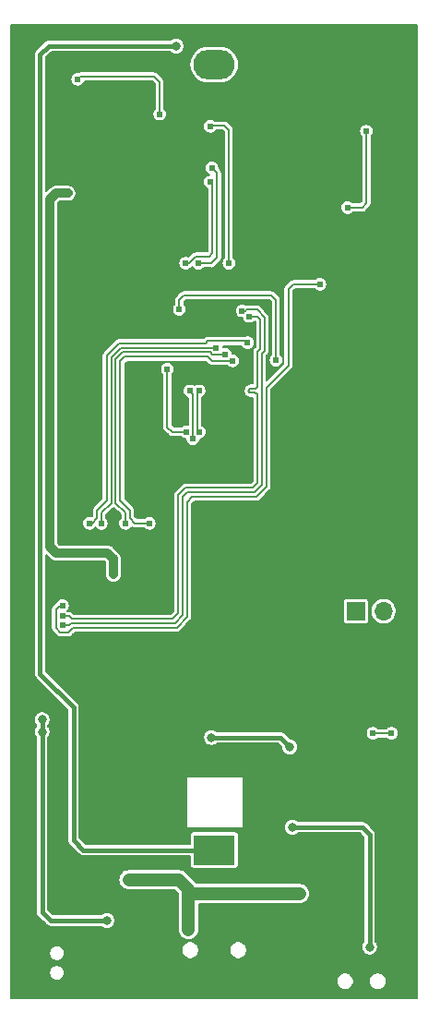
<source format=gbl>
G04 #@! TF.GenerationSoftware,KiCad,Pcbnew,5.1.12-84ad8e8a86~92~ubuntu18.04.1*
G04 #@! TF.CreationDate,2023-10-05T13:55:54+02:00*
G04 #@! TF.ProjectId,acoustic-impact-ball,61636f75-7374-4696-932d-696d70616374,rev?*
G04 #@! TF.SameCoordinates,Original*
G04 #@! TF.FileFunction,Copper,L2,Bot*
G04 #@! TF.FilePolarity,Positive*
%FSLAX46Y46*%
G04 Gerber Fmt 4.6, Leading zero omitted, Abs format (unit mm)*
G04 Created by KiCad (PCBNEW 5.1.12-84ad8e8a86~92~ubuntu18.04.1) date 2023-10-05 13:55:54*
%MOMM*%
%LPD*%
G01*
G04 APERTURE LIST*
G04 #@! TA.AperFunction,ComponentPad*
%ADD10R,3.800000X2.700000*%
G04 #@! TD*
G04 #@! TA.AperFunction,ComponentPad*
%ADD11O,3.800000X2.700000*%
G04 #@! TD*
G04 #@! TA.AperFunction,ComponentPad*
%ADD12R,1.700000X1.700000*%
G04 #@! TD*
G04 #@! TA.AperFunction,ComponentPad*
%ADD13O,1.700000X1.700000*%
G04 #@! TD*
G04 #@! TA.AperFunction,ComponentPad*
%ADD14C,0.600000*%
G04 #@! TD*
G04 #@! TA.AperFunction,SMDPad,CuDef*
%ADD15R,1.450000X1.450000*%
G04 #@! TD*
G04 #@! TA.AperFunction,ViaPad*
%ADD16C,0.812800*%
G04 #@! TD*
G04 #@! TA.AperFunction,ViaPad*
%ADD17C,0.609600*%
G04 #@! TD*
G04 #@! TA.AperFunction,Conductor*
%ADD18C,0.406400*%
G04 #@! TD*
G04 #@! TA.AperFunction,Conductor*
%ADD19C,0.812800*%
G04 #@! TD*
G04 #@! TA.AperFunction,Conductor*
%ADD20C,1.219200*%
G04 #@! TD*
G04 #@! TA.AperFunction,Conductor*
%ADD21C,0.203200*%
G04 #@! TD*
G04 #@! TA.AperFunction,Conductor*
%ADD22C,0.100000*%
G04 #@! TD*
G04 APERTURE END LIST*
D10*
X19000000Y-76000000D03*
D11*
X19000000Y-4000000D03*
D12*
X32004000Y-54102000D03*
D13*
X34544000Y-54102000D03*
D14*
X22689000Y-49867000D03*
X23539000Y-49867000D03*
X22689000Y-50717000D03*
X23539000Y-50717000D03*
D15*
X23114000Y-50292000D03*
D16*
X15494000Y-2286000D03*
D17*
X7874000Y-68808600D03*
X8890000Y-68808600D03*
X9906000Y-68808600D03*
X10922000Y-68808600D03*
X10922000Y-67792600D03*
X9906000Y-67792600D03*
X8890000Y-67792600D03*
X7874000Y-67792600D03*
X7874000Y-66776600D03*
X8890000Y-66776600D03*
X9906000Y-66776600D03*
X10922000Y-66776600D03*
X11938000Y-68808600D03*
X11938000Y-67792600D03*
X11938000Y-66776600D03*
X6858000Y-66776600D03*
X6858000Y-67792600D03*
X6858000Y-68808600D03*
D16*
X21336000Y-81280000D03*
X21336000Y-82296000D03*
X21336000Y-83312000D03*
X6350000Y-83566000D03*
X4572000Y-68072000D03*
X4064000Y-69088000D03*
X13970000Y-70358000D03*
X14986000Y-70358000D03*
X14986000Y-69342000D03*
X13970000Y-69342000D03*
X5080000Y-69088000D03*
X16002000Y-69342000D03*
X16002000Y-70358000D03*
X30637000Y-10087000D03*
X28956000Y-11811000D03*
X33020000Y-8382000D03*
X31750000Y-3556000D03*
X29464000Y-3556000D03*
X35814000Y-76454000D03*
X28956000Y-85598000D03*
X2794000Y-83566000D03*
X25019000Y-52578000D03*
X26797000Y-57912000D03*
X26797000Y-56769000D03*
X17526000Y-55626000D03*
X26797000Y-45339000D03*
X21082000Y-35560000D03*
X7416800Y-22606000D03*
X21336000Y-19685000D03*
X27940000Y-26416000D03*
X7416800Y-28702000D03*
X17526000Y-56896000D03*
X17526000Y-58166000D03*
X27940000Y-56769000D03*
X27940000Y-57912000D03*
X28067000Y-67056000D03*
X27051000Y-67056000D03*
X31242000Y-74930000D03*
X32258000Y-74930000D03*
X31242000Y-78994000D03*
X32258000Y-78994000D03*
X29972000Y-76454000D03*
X29972000Y-77470000D03*
X13208000Y-80264000D03*
D17*
X25146000Y-71628000D03*
X25146000Y-70104000D03*
X25146000Y-70866000D03*
X24511000Y-70485000D03*
X24511000Y-71247000D03*
X24511000Y-72009000D03*
X25908000Y-70104000D03*
X26670000Y-70104000D03*
D16*
X6477000Y-10160000D03*
X5207000Y-10160000D03*
X3937000Y-10160000D03*
X7747000Y-10160000D03*
X6477000Y-11430000D03*
X7747000Y-11430000D03*
X5207000Y-11430000D03*
X3937000Y-11430000D03*
X3937000Y-12700000D03*
X5207000Y-12700000D03*
X7747000Y-12700000D03*
X6477000Y-12700000D03*
X34036000Y-25146000D03*
X34036000Y-23876000D03*
X34036000Y-26416000D03*
X9144000Y-19812000D03*
X10414000Y-19812000D03*
X11684000Y-19812000D03*
X14224000Y-39624000D03*
X14224000Y-40894000D03*
X14224000Y-42164000D03*
X11938000Y-59690000D03*
X10668000Y-59690000D03*
X9398000Y-59690000D03*
X27559000Y-2794000D03*
X25019000Y-1524000D03*
X26289000Y-2794000D03*
X26289000Y-1524000D03*
X26289000Y-5334000D03*
X27559000Y-5334000D03*
X27559000Y-4064000D03*
X27559000Y-1524000D03*
X26289000Y-4064000D03*
X25019000Y-2794000D03*
X25019000Y-4064000D03*
X25019000Y-5334000D03*
X34036000Y-39624000D03*
X34036000Y-38354000D03*
X34036000Y-40894000D03*
X5334000Y-37592000D03*
X6604000Y-37592000D03*
X7874000Y-37592000D03*
X3200400Y-65176400D03*
X3200400Y-64058800D03*
X4470400Y-15773400D03*
X9752000Y-49630000D03*
X9752000Y-50723800D03*
X5588000Y-15773400D03*
X9144000Y-82473800D03*
X25933400Y-66548000D03*
X18745200Y-65684400D03*
X16637000Y-82296000D03*
X16637000Y-83312000D03*
X16637000Y-81280000D03*
X25806400Y-80010000D03*
X26822400Y-80010000D03*
X11176000Y-78740000D03*
D17*
X22225000Y-27076400D03*
X5080000Y-54559200D03*
X21564600Y-26568400D03*
X5080000Y-55372000D03*
X22072600Y-29489400D03*
X7543800Y-46050200D03*
X19177000Y-29946600D03*
X8636000Y-46050200D03*
X20015200Y-30556200D03*
X10852000Y-46050200D03*
X20701000Y-31165800D03*
X13052000Y-46050200D03*
X18643600Y-14757400D03*
X16383000Y-22199600D03*
X17551400Y-22199600D03*
X18796000Y-13462000D03*
X33578800Y-65303400D03*
X35280600Y-65303400D03*
X24663400Y-31089600D03*
X15798800Y-26441400D03*
X32966000Y-10087000D03*
X31242000Y-17094200D03*
X14700000Y-31921200D03*
X16433800Y-37668200D03*
X16764000Y-33909000D03*
X17043400Y-38303200D03*
X17627600Y-33909000D03*
X17653000Y-37668200D03*
D16*
X33262000Y-84900200D03*
X26162000Y-73914000D03*
D17*
X18643600Y-9652000D03*
X20345400Y-22199600D03*
X5080000Y-53594000D03*
X28702000Y-24130000D03*
X6477000Y-5334000D03*
X13993500Y-8532500D03*
D18*
X6981800Y-76000000D02*
X19000000Y-76000000D01*
X6096000Y-75114200D02*
X6981800Y-76000000D01*
X6096000Y-62915800D02*
X6096000Y-75114200D01*
X3022600Y-3073400D02*
X3022600Y-59842400D01*
X15494000Y-2286000D02*
X3810000Y-2286000D01*
X3810000Y-2286000D02*
X3022600Y-3073400D01*
X3022600Y-59842400D02*
X6096000Y-62915800D01*
X3200400Y-65176400D02*
X3200400Y-64058800D01*
D19*
X4470400Y-15773400D02*
X5588000Y-15773400D01*
D18*
X3200400Y-64211200D02*
X3327400Y-64084200D01*
X3200400Y-81711800D02*
X3200400Y-64211200D01*
X9144000Y-82473800D02*
X3962400Y-82473800D01*
X3962400Y-82473800D02*
X3200400Y-81711800D01*
D19*
X3886200Y-48183800D02*
X3886200Y-16357600D01*
X4470400Y-48768000D02*
X3886200Y-48183800D01*
X3886200Y-16357600D02*
X4470400Y-15773400D01*
X9194800Y-48768000D02*
X4470400Y-48768000D01*
X9752000Y-50723800D02*
X9752000Y-49325200D01*
X9752000Y-49325200D02*
X9194800Y-48768000D01*
D18*
X25095200Y-65684400D02*
X25933400Y-66522600D01*
X18745200Y-65684400D02*
X25095200Y-65684400D01*
X16637000Y-82296000D02*
X16764000Y-82296000D01*
D20*
X16637000Y-83312000D02*
X16637000Y-80010000D01*
X26822400Y-80010000D02*
X16637000Y-80010000D01*
X15748000Y-78740000D02*
X11176000Y-78740000D01*
X16637000Y-80010000D02*
X16637000Y-79629000D01*
X16637000Y-79629000D02*
X15748000Y-78740000D01*
D21*
X23215600Y-27330400D02*
X22961600Y-27076400D01*
X22961600Y-33477200D02*
X22961600Y-30302200D01*
X22956506Y-33522416D02*
X22961600Y-33477200D01*
X22941477Y-33565365D02*
X22956506Y-33522416D01*
X22961600Y-34290000D02*
X22956506Y-34244783D01*
X22961600Y-42367200D02*
X22961600Y-34290000D01*
X22529800Y-42799000D02*
X22961600Y-42367200D01*
X23215600Y-30048200D02*
X23215600Y-27330400D01*
X22202981Y-34010293D02*
X22178773Y-33971765D01*
X22885094Y-34131131D02*
X22846566Y-34106923D01*
X22846566Y-34106923D02*
X22803617Y-34091894D01*
X5918200Y-54787800D02*
X15214600Y-54787800D01*
X22163744Y-33838383D02*
X22178773Y-33795434D01*
X22917269Y-34163306D02*
X22885094Y-34131131D01*
X22803617Y-33675305D02*
X22846566Y-33660276D01*
X5689600Y-54559200D02*
X5918200Y-54787800D01*
X5080000Y-54559200D02*
X5689600Y-54559200D01*
X22803617Y-34091894D02*
X22758400Y-34086800D01*
X15697200Y-54305200D02*
X15697200Y-43459400D01*
X22956506Y-34244783D02*
X22941477Y-34201834D01*
X22758400Y-33680400D02*
X22803617Y-33675305D01*
X16357600Y-42799000D02*
X22529800Y-42799000D01*
X15214600Y-54787800D02*
X15697200Y-54305200D01*
X15697200Y-43459400D02*
X16357600Y-42799000D01*
X22758400Y-34086800D02*
X22361849Y-34086800D01*
X22361849Y-34086800D02*
X22316633Y-34081705D01*
X22273684Y-34066676D02*
X22235156Y-34042468D01*
X22178773Y-33971765D02*
X22163744Y-33928816D01*
X22961600Y-30302200D02*
X23215600Y-30048200D01*
X22316633Y-34081705D02*
X22273684Y-34066676D01*
X22917269Y-33603893D02*
X22941477Y-33565365D01*
X22235156Y-34042468D02*
X22202981Y-34010293D01*
X22163744Y-33928816D02*
X22158649Y-33883600D01*
X22158649Y-33883600D02*
X22163744Y-33838383D01*
X22178773Y-33795434D02*
X22202981Y-33756906D01*
X22202981Y-33756906D02*
X22235156Y-33724731D01*
X22361849Y-33680400D02*
X22758400Y-33680400D01*
X22846566Y-33660276D02*
X22885094Y-33636068D01*
X22235156Y-33724731D02*
X22273684Y-33700523D01*
X22941477Y-34201834D02*
X22917269Y-34163306D01*
X22316633Y-33685494D02*
X22361849Y-33680400D01*
X22273684Y-33700523D02*
X22316633Y-33685494D01*
X22961600Y-27076400D02*
X22225000Y-27076400D01*
X22885094Y-33636068D02*
X22917269Y-33603893D01*
X22936200Y-26466800D02*
X21945600Y-26466800D01*
X23368000Y-30480000D02*
X23622000Y-30226000D01*
X23368000Y-42545000D02*
X23368000Y-30480000D01*
X21945600Y-26466800D02*
X21844000Y-26568400D01*
X22707600Y-43205400D02*
X23368000Y-42545000D01*
X5715000Y-55372000D02*
X5892800Y-55194200D01*
X16535400Y-43205400D02*
X22707600Y-43205400D01*
X5892800Y-55194200D02*
X15392400Y-55194200D01*
X23622000Y-27152600D02*
X22936200Y-26466800D01*
X5080000Y-55372000D02*
X5715000Y-55372000D01*
X23622000Y-30226000D02*
X23622000Y-27152600D01*
X16103600Y-54483000D02*
X16103600Y-43637200D01*
X21844000Y-26568400D02*
X21564600Y-26568400D01*
X15392400Y-55194200D02*
X16103600Y-54483000D01*
X16103600Y-43637200D02*
X16535400Y-43205400D01*
X21920200Y-29337000D02*
X22072600Y-29489400D01*
X18415000Y-29337000D02*
X21920200Y-29337000D01*
X10274300Y-29540200D02*
X18211800Y-29540200D01*
X7543800Y-46050200D02*
X7772400Y-46050200D01*
X7772400Y-46050200D02*
X8229600Y-45593000D01*
X8229600Y-45593000D02*
X8229600Y-44907200D01*
X8229600Y-44907200D02*
X9144000Y-43992800D01*
X9144000Y-43992800D02*
X9144000Y-30670500D01*
X18211800Y-29540200D02*
X18415000Y-29337000D01*
X9144000Y-30670500D02*
X10274300Y-29540200D01*
X10452100Y-29946600D02*
X19177000Y-29946600D01*
X9550400Y-30848300D02*
X10452100Y-29946600D01*
X8636000Y-46050200D02*
X8636000Y-45085000D01*
X9550400Y-44170600D02*
X9550400Y-30848300D01*
X8636000Y-45085000D02*
X9550400Y-44170600D01*
X18821390Y-30556200D02*
X20015200Y-30556200D01*
X10852000Y-45065800D02*
X9956800Y-44170600D01*
X9956800Y-44170600D02*
X9956800Y-31026100D01*
X9956800Y-31026100D02*
X10629890Y-30353010D01*
X10852000Y-46050200D02*
X10852000Y-45065800D01*
X10629890Y-30353010D02*
X18618200Y-30353010D01*
X18618200Y-30353010D02*
X18821390Y-30556200D01*
X18795980Y-31165800D02*
X20701000Y-31165800D01*
X11734800Y-46050200D02*
X11277600Y-45593000D01*
X13052000Y-46050200D02*
X11734800Y-46050200D01*
X11277600Y-45593000D02*
X11277600Y-44907200D01*
X18389600Y-30759420D02*
X18795980Y-31165800D01*
X11277600Y-44907200D02*
X10363200Y-43992800D01*
X10363200Y-43992800D02*
X10363200Y-31203900D01*
X10807680Y-30759420D02*
X18389600Y-30759420D01*
X10363200Y-31203900D02*
X10807680Y-30759420D01*
X18846800Y-14960600D02*
X18643600Y-14757400D01*
X18846800Y-21285190D02*
X18846800Y-14960600D01*
X18541990Y-21590000D02*
X18846800Y-21285190D01*
X17297400Y-21590000D02*
X18541990Y-21590000D01*
X16383000Y-22199600D02*
X16687800Y-22199600D01*
X16687800Y-22199600D02*
X17297400Y-21590000D01*
X19253200Y-13919200D02*
X18796000Y-13462000D01*
X19253200Y-21717000D02*
X19253200Y-13919200D01*
X17551400Y-22199600D02*
X18770600Y-22199600D01*
X18770600Y-22199600D02*
X19253200Y-21717000D01*
X35280600Y-65303400D02*
X33578800Y-65303400D01*
X24663400Y-25577800D02*
X24663400Y-31089600D01*
X24231600Y-25146000D02*
X24663400Y-25577800D01*
X16205200Y-25146000D02*
X24231600Y-25146000D01*
X15798800Y-26441400D02*
X15798800Y-25552400D01*
X15798800Y-25552400D02*
X16205200Y-25146000D01*
X32966000Y-16716400D02*
X32966000Y-10087000D01*
X31242000Y-17094200D02*
X32588200Y-17094200D01*
X32588200Y-17094200D02*
X32966000Y-16716400D01*
X14700000Y-37229800D02*
X14700000Y-31921200D01*
X16433800Y-37668200D02*
X15138400Y-37668200D01*
X15138400Y-37668200D02*
X14700000Y-37229800D01*
X17043400Y-34188400D02*
X16764000Y-33909000D01*
X17043400Y-38303200D02*
X17043400Y-34188400D01*
X17653000Y-37668200D02*
X17449800Y-37465000D01*
X17449800Y-37465000D02*
X17449800Y-34086800D01*
X17449800Y-34086800D02*
X17627600Y-33909000D01*
D18*
X33274000Y-84888200D02*
X33262000Y-84900200D01*
X33274000Y-75184000D02*
X33274000Y-84888200D01*
D21*
X33274000Y-75184000D02*
X33274000Y-75158600D01*
D18*
X33274000Y-75158600D02*
X33274000Y-74599800D01*
X32588200Y-73914000D02*
X33274000Y-74599800D01*
X26162000Y-73914000D02*
X32588200Y-73914000D01*
D21*
X19913600Y-9575800D02*
X18719800Y-9575800D01*
X18719800Y-9575800D02*
X18643600Y-9652000D01*
X20345400Y-22199600D02*
X20345400Y-10007600D01*
X20345400Y-10007600D02*
X19913600Y-9575800D01*
X23774400Y-33604200D02*
X23774400Y-42722800D01*
X15570200Y-55600600D02*
X6070600Y-55600600D01*
X25806400Y-31572200D02*
X23774400Y-33604200D01*
X25806400Y-24561800D02*
X25806400Y-31572200D01*
X28702000Y-24130000D02*
X26238200Y-24130000D01*
X23774400Y-42722800D02*
X22885400Y-43611800D01*
X22885400Y-43611800D02*
X16992600Y-43611800D01*
X26238200Y-24130000D02*
X25806400Y-24561800D01*
X16510000Y-44094400D02*
X16510000Y-54660800D01*
X16510000Y-54660800D02*
X15570200Y-55600600D01*
X6070600Y-55600600D02*
X5638800Y-56032400D01*
X16992600Y-43611800D02*
X16510000Y-44094400D01*
X5638800Y-56032400D02*
X4876800Y-56032400D01*
X4876800Y-56032400D02*
X4470400Y-55626000D01*
X4470400Y-55626000D02*
X4470400Y-53949600D01*
X4826000Y-53594000D02*
X5080000Y-53594000D01*
X4470400Y-53949600D02*
X4826000Y-53594000D01*
X13462000Y-5080000D02*
X6731000Y-5080000D01*
X13993500Y-8532500D02*
X13993500Y-5611500D01*
X6731000Y-5080000D02*
X6477000Y-5334000D01*
X13993500Y-5611500D02*
X13462000Y-5080000D01*
X37619401Y-89619400D02*
X380600Y-89619400D01*
X380600Y-87974655D01*
X30206400Y-87974655D01*
X30206400Y-88133345D01*
X30237359Y-88288985D01*
X30298087Y-88435595D01*
X30386250Y-88567540D01*
X30498460Y-88679750D01*
X30630405Y-88767913D01*
X30777015Y-88828641D01*
X30932655Y-88859600D01*
X31091345Y-88859600D01*
X31246985Y-88828641D01*
X31393595Y-88767913D01*
X31525540Y-88679750D01*
X31637750Y-88567540D01*
X31725913Y-88435595D01*
X31786641Y-88288985D01*
X31817600Y-88133345D01*
X31817600Y-87974655D01*
X33206400Y-87974655D01*
X33206400Y-88133345D01*
X33237359Y-88288985D01*
X33298087Y-88435595D01*
X33386250Y-88567540D01*
X33498460Y-88679750D01*
X33630405Y-88767913D01*
X33777015Y-88828641D01*
X33932655Y-88859600D01*
X34091345Y-88859600D01*
X34246985Y-88828641D01*
X34393595Y-88767913D01*
X34525540Y-88679750D01*
X34637750Y-88567540D01*
X34725913Y-88435595D01*
X34786641Y-88288985D01*
X34817600Y-88133345D01*
X34817600Y-87974655D01*
X34786641Y-87819015D01*
X34725913Y-87672405D01*
X34637750Y-87540460D01*
X34525540Y-87428250D01*
X34393595Y-87340087D01*
X34246985Y-87279359D01*
X34091345Y-87248400D01*
X33932655Y-87248400D01*
X33777015Y-87279359D01*
X33630405Y-87340087D01*
X33498460Y-87428250D01*
X33386250Y-87540460D01*
X33298087Y-87672405D01*
X33237359Y-87819015D01*
X33206400Y-87974655D01*
X31817600Y-87974655D01*
X31786641Y-87819015D01*
X31725913Y-87672405D01*
X31637750Y-87540460D01*
X31525540Y-87428250D01*
X31393595Y-87340087D01*
X31246985Y-87279359D01*
X31091345Y-87248400D01*
X30932655Y-87248400D01*
X30777015Y-87279359D01*
X30630405Y-87340087D01*
X30498460Y-87428250D01*
X30386250Y-87540460D01*
X30298087Y-87672405D01*
X30237359Y-87819015D01*
X30206400Y-87974655D01*
X380600Y-87974655D01*
X380600Y-87190504D01*
X3866400Y-87190504D01*
X3866400Y-87329496D01*
X3893516Y-87465816D01*
X3946705Y-87594227D01*
X4023925Y-87709794D01*
X4122206Y-87808075D01*
X4237773Y-87885295D01*
X4366184Y-87938484D01*
X4502504Y-87965600D01*
X4641496Y-87965600D01*
X4777816Y-87938484D01*
X4906227Y-87885295D01*
X5021794Y-87808075D01*
X5120075Y-87709794D01*
X5197295Y-87594227D01*
X5250484Y-87465816D01*
X5277600Y-87329496D01*
X5277600Y-87190504D01*
X5250484Y-87054184D01*
X5197295Y-86925773D01*
X5120075Y-86810206D01*
X5021794Y-86711925D01*
X4906227Y-86634705D01*
X4777816Y-86581516D01*
X4641496Y-86554400D01*
X4502504Y-86554400D01*
X4366184Y-86581516D01*
X4237773Y-86634705D01*
X4122206Y-86711925D01*
X4023925Y-86810206D01*
X3946705Y-86925773D01*
X3893516Y-87054184D01*
X3866400Y-87190504D01*
X380600Y-87190504D01*
X380600Y-85390504D01*
X3866400Y-85390504D01*
X3866400Y-85529496D01*
X3893516Y-85665816D01*
X3946705Y-85794227D01*
X4023925Y-85909794D01*
X4122206Y-86008075D01*
X4237773Y-86085295D01*
X4366184Y-86138484D01*
X4502504Y-86165600D01*
X4641496Y-86165600D01*
X4777816Y-86138484D01*
X4906227Y-86085295D01*
X5021794Y-86008075D01*
X5120075Y-85909794D01*
X5197295Y-85794227D01*
X5250484Y-85665816D01*
X5277600Y-85529496D01*
X5277600Y-85390504D01*
X5250484Y-85254184D01*
X5197295Y-85125773D01*
X5183185Y-85104655D01*
X15994400Y-85104655D01*
X15994400Y-85263345D01*
X16025359Y-85418985D01*
X16086087Y-85565595D01*
X16174250Y-85697540D01*
X16286460Y-85809750D01*
X16418405Y-85897913D01*
X16565015Y-85958641D01*
X16720655Y-85989600D01*
X16879345Y-85989600D01*
X17034985Y-85958641D01*
X17181595Y-85897913D01*
X17313540Y-85809750D01*
X17425750Y-85697540D01*
X17513913Y-85565595D01*
X17574641Y-85418985D01*
X17605600Y-85263345D01*
X17605600Y-85104655D01*
X20394400Y-85104655D01*
X20394400Y-85263345D01*
X20425359Y-85418985D01*
X20486087Y-85565595D01*
X20574250Y-85697540D01*
X20686460Y-85809750D01*
X20818405Y-85897913D01*
X20965015Y-85958641D01*
X21120655Y-85989600D01*
X21279345Y-85989600D01*
X21434985Y-85958641D01*
X21581595Y-85897913D01*
X21713540Y-85809750D01*
X21825750Y-85697540D01*
X21913913Y-85565595D01*
X21974641Y-85418985D01*
X22005600Y-85263345D01*
X22005600Y-85104655D01*
X21974641Y-84949015D01*
X21913913Y-84802405D01*
X21825750Y-84670460D01*
X21713540Y-84558250D01*
X21581595Y-84470087D01*
X21434985Y-84409359D01*
X21279345Y-84378400D01*
X21120655Y-84378400D01*
X20965015Y-84409359D01*
X20818405Y-84470087D01*
X20686460Y-84558250D01*
X20574250Y-84670460D01*
X20486087Y-84802405D01*
X20425359Y-84949015D01*
X20394400Y-85104655D01*
X17605600Y-85104655D01*
X17574641Y-84949015D01*
X17513913Y-84802405D01*
X17425750Y-84670460D01*
X17313540Y-84558250D01*
X17181595Y-84470087D01*
X17034985Y-84409359D01*
X16879345Y-84378400D01*
X16720655Y-84378400D01*
X16565015Y-84409359D01*
X16418405Y-84470087D01*
X16286460Y-84558250D01*
X16174250Y-84670460D01*
X16086087Y-84802405D01*
X16025359Y-84949015D01*
X15994400Y-85104655D01*
X5183185Y-85104655D01*
X5120075Y-85010206D01*
X5021794Y-84911925D01*
X4906227Y-84834705D01*
X4777816Y-84781516D01*
X4641496Y-84754400D01*
X4502504Y-84754400D01*
X4366184Y-84781516D01*
X4237773Y-84834705D01*
X4122206Y-84911925D01*
X4023925Y-85010206D01*
X3946705Y-85125773D01*
X3893516Y-85254184D01*
X3866400Y-85390504D01*
X380600Y-85390504D01*
X380600Y-63983750D01*
X2438400Y-63983750D01*
X2438400Y-64133850D01*
X2467683Y-64281067D01*
X2525124Y-64419742D01*
X2608516Y-64544547D01*
X2641601Y-64577632D01*
X2641600Y-64657569D01*
X2608516Y-64690653D01*
X2525124Y-64815458D01*
X2467683Y-64954133D01*
X2438400Y-65101350D01*
X2438400Y-65251450D01*
X2467683Y-65398667D01*
X2525124Y-65537342D01*
X2608516Y-65662147D01*
X2641601Y-65695232D01*
X2641600Y-81684358D01*
X2638897Y-81711800D01*
X2641600Y-81739242D01*
X2641600Y-81739243D01*
X2649686Y-81821343D01*
X2681639Y-81926677D01*
X2733527Y-82023754D01*
X2803357Y-82108843D01*
X2824681Y-82126343D01*
X3547862Y-82849524D01*
X3565357Y-82870843D01*
X3586674Y-82888337D01*
X3650445Y-82940673D01*
X3747522Y-82992561D01*
X3852855Y-83024514D01*
X3962400Y-83035303D01*
X3989844Y-83032600D01*
X8625169Y-83032600D01*
X8658253Y-83065684D01*
X8783058Y-83149076D01*
X8921733Y-83206517D01*
X9068950Y-83235800D01*
X9219050Y-83235800D01*
X9366267Y-83206517D01*
X9504942Y-83149076D01*
X9629747Y-83065684D01*
X9735884Y-82959547D01*
X9819276Y-82834742D01*
X9876717Y-82696067D01*
X9906000Y-82548850D01*
X9906000Y-82398750D01*
X9876717Y-82251533D01*
X9819276Y-82112858D01*
X9735884Y-81988053D01*
X9629747Y-81881916D01*
X9504942Y-81798524D01*
X9366267Y-81741083D01*
X9219050Y-81711800D01*
X9068950Y-81711800D01*
X8921733Y-81741083D01*
X8783058Y-81798524D01*
X8658253Y-81881916D01*
X8625169Y-81915000D01*
X4193863Y-81915000D01*
X3759200Y-81480338D01*
X3759200Y-78740000D01*
X10206130Y-78740000D01*
X10224766Y-78929212D01*
X10279957Y-79111153D01*
X10369583Y-79278831D01*
X10490198Y-79425802D01*
X10637169Y-79546417D01*
X10804847Y-79636043D01*
X10986788Y-79691234D01*
X11128585Y-79705200D01*
X15348202Y-79705200D01*
X15668674Y-80025672D01*
X15671801Y-80057425D01*
X15671800Y-83359414D01*
X15685766Y-83501211D01*
X15740957Y-83683152D01*
X15830583Y-83850831D01*
X15951198Y-83997802D01*
X16098169Y-84118417D01*
X16265847Y-84208043D01*
X16447788Y-84263234D01*
X16637000Y-84281870D01*
X16826211Y-84263234D01*
X17008152Y-84208043D01*
X17175831Y-84118417D01*
X17322802Y-83997802D01*
X17443417Y-83850831D01*
X17533043Y-83683153D01*
X17588234Y-83501212D01*
X17602200Y-83359415D01*
X17602200Y-80975200D01*
X26869815Y-80975200D01*
X27011612Y-80961234D01*
X27193553Y-80906043D01*
X27361231Y-80816417D01*
X27508202Y-80695802D01*
X27628817Y-80548831D01*
X27718443Y-80381153D01*
X27773634Y-80199212D01*
X27792270Y-80010000D01*
X27773634Y-79820788D01*
X27718443Y-79638847D01*
X27628817Y-79471169D01*
X27508202Y-79324198D01*
X27361231Y-79203583D01*
X27193553Y-79113957D01*
X27011612Y-79058766D01*
X26869815Y-79044800D01*
X17406184Y-79044800D01*
X17322802Y-78943198D01*
X17285969Y-78912970D01*
X16464037Y-78091040D01*
X16433802Y-78054198D01*
X16286831Y-77933583D01*
X16119153Y-77843957D01*
X15937212Y-77788766D01*
X15795415Y-77774800D01*
X15795412Y-77774800D01*
X15748000Y-77770130D01*
X15700588Y-77774800D01*
X11128585Y-77774800D01*
X10986788Y-77788766D01*
X10804847Y-77843957D01*
X10637169Y-77933583D01*
X10490198Y-78054198D01*
X10369583Y-78201169D01*
X10279957Y-78368847D01*
X10224766Y-78550788D01*
X10206130Y-78740000D01*
X3759200Y-78740000D01*
X3759200Y-65695231D01*
X3792284Y-65662147D01*
X3875676Y-65537342D01*
X3933117Y-65398667D01*
X3962400Y-65251450D01*
X3962400Y-65101350D01*
X3933117Y-64954133D01*
X3875676Y-64815458D01*
X3792284Y-64690653D01*
X3759200Y-64657569D01*
X3759200Y-64577631D01*
X3792284Y-64544547D01*
X3875676Y-64419742D01*
X3933117Y-64281067D01*
X3962400Y-64133850D01*
X3962400Y-63983750D01*
X3933117Y-63836533D01*
X3875676Y-63697858D01*
X3792284Y-63573053D01*
X3686147Y-63466916D01*
X3561342Y-63383524D01*
X3422667Y-63326083D01*
X3275450Y-63296800D01*
X3125350Y-63296800D01*
X2978133Y-63326083D01*
X2839458Y-63383524D01*
X2714653Y-63466916D01*
X2608516Y-63573053D01*
X2525124Y-63697858D01*
X2467683Y-63836533D01*
X2438400Y-63983750D01*
X380600Y-63983750D01*
X380600Y-3073400D01*
X2461097Y-3073400D01*
X2463800Y-3100842D01*
X2463801Y-59814948D01*
X2461097Y-59842400D01*
X2471887Y-59951944D01*
X2503839Y-60057277D01*
X2503840Y-60057278D01*
X2555728Y-60154354D01*
X2625558Y-60239443D01*
X2646876Y-60256938D01*
X5537200Y-63147263D01*
X5537201Y-75086748D01*
X5534497Y-75114200D01*
X5545287Y-75223744D01*
X5577239Y-75329077D01*
X5600972Y-75373478D01*
X5629128Y-75426154D01*
X5698958Y-75511243D01*
X5720276Y-75528738D01*
X6567257Y-76375719D01*
X6584757Y-76397043D01*
X6669846Y-76466873D01*
X6766922Y-76518761D01*
X6872256Y-76550714D01*
X6954356Y-76558800D01*
X6954357Y-76558800D01*
X6981799Y-76561503D01*
X7009241Y-76558800D01*
X16742680Y-76558800D01*
X16742680Y-77350000D01*
X16749546Y-77419710D01*
X16769879Y-77486740D01*
X16802899Y-77548516D01*
X16847337Y-77602663D01*
X16901484Y-77647101D01*
X16963260Y-77680121D01*
X17030290Y-77700454D01*
X17100000Y-77707320D01*
X20900000Y-77707320D01*
X20969710Y-77700454D01*
X21036740Y-77680121D01*
X21098516Y-77647101D01*
X21152663Y-77602663D01*
X21197101Y-77548516D01*
X21230121Y-77486740D01*
X21250454Y-77419710D01*
X21257320Y-77350000D01*
X21257320Y-74650000D01*
X21250454Y-74580290D01*
X21230121Y-74513260D01*
X21197101Y-74451484D01*
X21152663Y-74397337D01*
X21098516Y-74352899D01*
X21036740Y-74319879D01*
X20969710Y-74299546D01*
X20900000Y-74292680D01*
X17100000Y-74292680D01*
X17030290Y-74299546D01*
X16963260Y-74319879D01*
X16901484Y-74352899D01*
X16847337Y-74397337D01*
X16802899Y-74451484D01*
X16769879Y-74513260D01*
X16749546Y-74580290D01*
X16742680Y-74650000D01*
X16742680Y-75441200D01*
X7213262Y-75441200D01*
X6654800Y-74882738D01*
X6654800Y-69342000D01*
X16408400Y-69342000D01*
X16408400Y-73914000D01*
X16410352Y-73933821D01*
X16416134Y-73952881D01*
X16425523Y-73970446D01*
X16438158Y-73985842D01*
X16453554Y-73998477D01*
X16471119Y-74007866D01*
X16490179Y-74013648D01*
X16510000Y-74015600D01*
X21590000Y-74015600D01*
X21609821Y-74013648D01*
X21628881Y-74007866D01*
X21646446Y-73998477D01*
X21661842Y-73985842D01*
X21674477Y-73970446D01*
X21683866Y-73952881D01*
X21689648Y-73933821D01*
X21691600Y-73914000D01*
X21691600Y-73838950D01*
X25400000Y-73838950D01*
X25400000Y-73989050D01*
X25429283Y-74136267D01*
X25486724Y-74274942D01*
X25570116Y-74399747D01*
X25676253Y-74505884D01*
X25801058Y-74589276D01*
X25939733Y-74646717D01*
X26086950Y-74676000D01*
X26237050Y-74676000D01*
X26384267Y-74646717D01*
X26522942Y-74589276D01*
X26647747Y-74505884D01*
X26680831Y-74472800D01*
X32356738Y-74472800D01*
X32715200Y-74831263D01*
X32715200Y-75156557D01*
X32715201Y-84369368D01*
X32670116Y-84414453D01*
X32586724Y-84539258D01*
X32529283Y-84677933D01*
X32500000Y-84825150D01*
X32500000Y-84975250D01*
X32529283Y-85122467D01*
X32586724Y-85261142D01*
X32670116Y-85385947D01*
X32776253Y-85492084D01*
X32901058Y-85575476D01*
X33039733Y-85632917D01*
X33186950Y-85662200D01*
X33337050Y-85662200D01*
X33484267Y-85632917D01*
X33622942Y-85575476D01*
X33747747Y-85492084D01*
X33853884Y-85385947D01*
X33937276Y-85261142D01*
X33994717Y-85122467D01*
X34024000Y-84975250D01*
X34024000Y-84825150D01*
X33994717Y-84677933D01*
X33937276Y-84539258D01*
X33853884Y-84414453D01*
X33832800Y-84393369D01*
X33832800Y-74627244D01*
X33835503Y-74599800D01*
X33824714Y-74490255D01*
X33792761Y-74384922D01*
X33740873Y-74287845D01*
X33688537Y-74224074D01*
X33671043Y-74202757D01*
X33649724Y-74185262D01*
X33002743Y-73538281D01*
X32985243Y-73516957D01*
X32900154Y-73447127D01*
X32803078Y-73395239D01*
X32697744Y-73363286D01*
X32615644Y-73355200D01*
X32615642Y-73355200D01*
X32588200Y-73352497D01*
X32560758Y-73355200D01*
X26680831Y-73355200D01*
X26647747Y-73322116D01*
X26522942Y-73238724D01*
X26384267Y-73181283D01*
X26237050Y-73152000D01*
X26086950Y-73152000D01*
X25939733Y-73181283D01*
X25801058Y-73238724D01*
X25676253Y-73322116D01*
X25570116Y-73428253D01*
X25486724Y-73553058D01*
X25429283Y-73691733D01*
X25400000Y-73838950D01*
X21691600Y-73838950D01*
X21691600Y-69342000D01*
X21689648Y-69322179D01*
X21683866Y-69303119D01*
X21674477Y-69285554D01*
X21661842Y-69270158D01*
X21646446Y-69257523D01*
X21628881Y-69248134D01*
X21609821Y-69242352D01*
X21590000Y-69240400D01*
X16510000Y-69240400D01*
X16490179Y-69242352D01*
X16471119Y-69248134D01*
X16453554Y-69257523D01*
X16438158Y-69270158D01*
X16425523Y-69285554D01*
X16416134Y-69303119D01*
X16410352Y-69322179D01*
X16408400Y-69342000D01*
X6654800Y-69342000D01*
X6654800Y-65609350D01*
X17983200Y-65609350D01*
X17983200Y-65759450D01*
X18012483Y-65906667D01*
X18069924Y-66045342D01*
X18153316Y-66170147D01*
X18259453Y-66276284D01*
X18384258Y-66359676D01*
X18522933Y-66417117D01*
X18670150Y-66446400D01*
X18820250Y-66446400D01*
X18967467Y-66417117D01*
X19106142Y-66359676D01*
X19230947Y-66276284D01*
X19264031Y-66243200D01*
X24863738Y-66243200D01*
X25171400Y-66550863D01*
X25171400Y-66623050D01*
X25200683Y-66770267D01*
X25258124Y-66908942D01*
X25341516Y-67033747D01*
X25447653Y-67139884D01*
X25572458Y-67223276D01*
X25711133Y-67280717D01*
X25858350Y-67310000D01*
X26008450Y-67310000D01*
X26155667Y-67280717D01*
X26294342Y-67223276D01*
X26419147Y-67139884D01*
X26525284Y-67033747D01*
X26608676Y-66908942D01*
X26666117Y-66770267D01*
X26695400Y-66623050D01*
X26695400Y-66472950D01*
X26666117Y-66325733D01*
X26608676Y-66187058D01*
X26525284Y-66062253D01*
X26419147Y-65956116D01*
X26294342Y-65872724D01*
X26155667Y-65815283D01*
X26008450Y-65786000D01*
X25987063Y-65786000D01*
X25509743Y-65308681D01*
X25492243Y-65287357D01*
X25432535Y-65238356D01*
X32918400Y-65238356D01*
X32918400Y-65368444D01*
X32943779Y-65496031D01*
X32993561Y-65616217D01*
X33065834Y-65724380D01*
X33157820Y-65816366D01*
X33265983Y-65888639D01*
X33386169Y-65938421D01*
X33513756Y-65963800D01*
X33643844Y-65963800D01*
X33771431Y-65938421D01*
X33891617Y-65888639D01*
X33999780Y-65816366D01*
X34055546Y-65760600D01*
X34803854Y-65760600D01*
X34859620Y-65816366D01*
X34967783Y-65888639D01*
X35087969Y-65938421D01*
X35215556Y-65963800D01*
X35345644Y-65963800D01*
X35473231Y-65938421D01*
X35593417Y-65888639D01*
X35701580Y-65816366D01*
X35793566Y-65724380D01*
X35865839Y-65616217D01*
X35915621Y-65496031D01*
X35941000Y-65368444D01*
X35941000Y-65238356D01*
X35915621Y-65110769D01*
X35865839Y-64990583D01*
X35793566Y-64882420D01*
X35701580Y-64790434D01*
X35593417Y-64718161D01*
X35473231Y-64668379D01*
X35345644Y-64643000D01*
X35215556Y-64643000D01*
X35087969Y-64668379D01*
X34967783Y-64718161D01*
X34859620Y-64790434D01*
X34803854Y-64846200D01*
X34055546Y-64846200D01*
X33999780Y-64790434D01*
X33891617Y-64718161D01*
X33771431Y-64668379D01*
X33643844Y-64643000D01*
X33513756Y-64643000D01*
X33386169Y-64668379D01*
X33265983Y-64718161D01*
X33157820Y-64790434D01*
X33065834Y-64882420D01*
X32993561Y-64990583D01*
X32943779Y-65110769D01*
X32918400Y-65238356D01*
X25432535Y-65238356D01*
X25407154Y-65217527D01*
X25310078Y-65165639D01*
X25204744Y-65133686D01*
X25122644Y-65125600D01*
X25122642Y-65125600D01*
X25095200Y-65122897D01*
X25067758Y-65125600D01*
X19264031Y-65125600D01*
X19230947Y-65092516D01*
X19106142Y-65009124D01*
X18967467Y-64951683D01*
X18820250Y-64922400D01*
X18670150Y-64922400D01*
X18522933Y-64951683D01*
X18384258Y-65009124D01*
X18259453Y-65092516D01*
X18153316Y-65198653D01*
X18069924Y-65323458D01*
X18012483Y-65462133D01*
X17983200Y-65609350D01*
X6654800Y-65609350D01*
X6654800Y-62943242D01*
X6657503Y-62915800D01*
X6654800Y-62888356D01*
X6646714Y-62806256D01*
X6614761Y-62700922D01*
X6562873Y-62603846D01*
X6493043Y-62518757D01*
X6471725Y-62501262D01*
X3581400Y-59610938D01*
X3581400Y-53949600D01*
X4010989Y-53949600D01*
X4013201Y-53972060D01*
X4013200Y-55603550D01*
X4010989Y-55626000D01*
X4013200Y-55648450D01*
X4013200Y-55648459D01*
X4019815Y-55715626D01*
X4045959Y-55801808D01*
X4088413Y-55881235D01*
X4145547Y-55950853D01*
X4162997Y-55965174D01*
X4537630Y-56339808D01*
X4551947Y-56357253D01*
X4569392Y-56371570D01*
X4621563Y-56414387D01*
X4664017Y-56437078D01*
X4700991Y-56456841D01*
X4787173Y-56482985D01*
X4854340Y-56489600D01*
X4854349Y-56489600D01*
X4876799Y-56491811D01*
X4899249Y-56489600D01*
X5616350Y-56489600D01*
X5638800Y-56491811D01*
X5661250Y-56489600D01*
X5661260Y-56489600D01*
X5728427Y-56482985D01*
X5814609Y-56456841D01*
X5894036Y-56414387D01*
X5963653Y-56357253D01*
X5977974Y-56339803D01*
X6259978Y-56057800D01*
X15547750Y-56057800D01*
X15570200Y-56060011D01*
X15592650Y-56057800D01*
X15592660Y-56057800D01*
X15659827Y-56051185D01*
X15746009Y-56025041D01*
X15825436Y-55982587D01*
X15895053Y-55925453D01*
X15909374Y-55908003D01*
X16817408Y-54999970D01*
X16834853Y-54985653D01*
X16870341Y-54942412D01*
X16891987Y-54916036D01*
X16909082Y-54884053D01*
X16934441Y-54836609D01*
X16960585Y-54750427D01*
X16967200Y-54683260D01*
X16967200Y-54683250D01*
X16969411Y-54660800D01*
X16967200Y-54638350D01*
X16967200Y-53252000D01*
X30796680Y-53252000D01*
X30796680Y-54952000D01*
X30803546Y-55021710D01*
X30823879Y-55088740D01*
X30856899Y-55150516D01*
X30901337Y-55204663D01*
X30955484Y-55249101D01*
X31017260Y-55282121D01*
X31084290Y-55302454D01*
X31154000Y-55309320D01*
X32854000Y-55309320D01*
X32923710Y-55302454D01*
X32990740Y-55282121D01*
X33052516Y-55249101D01*
X33106663Y-55204663D01*
X33151101Y-55150516D01*
X33184121Y-55088740D01*
X33204454Y-55021710D01*
X33211320Y-54952000D01*
X33211320Y-53983259D01*
X33338400Y-53983259D01*
X33338400Y-54220741D01*
X33384731Y-54453660D01*
X33475611Y-54673066D01*
X33607550Y-54870525D01*
X33775475Y-55038450D01*
X33972934Y-55170389D01*
X34192340Y-55261269D01*
X34425259Y-55307600D01*
X34662741Y-55307600D01*
X34895660Y-55261269D01*
X35115066Y-55170389D01*
X35312525Y-55038450D01*
X35480450Y-54870525D01*
X35612389Y-54673066D01*
X35703269Y-54453660D01*
X35749600Y-54220741D01*
X35749600Y-53983259D01*
X35703269Y-53750340D01*
X35612389Y-53530934D01*
X35480450Y-53333475D01*
X35312525Y-53165550D01*
X35115066Y-53033611D01*
X34895660Y-52942731D01*
X34662741Y-52896400D01*
X34425259Y-52896400D01*
X34192340Y-52942731D01*
X33972934Y-53033611D01*
X33775475Y-53165550D01*
X33607550Y-53333475D01*
X33475611Y-53530934D01*
X33384731Y-53750340D01*
X33338400Y-53983259D01*
X33211320Y-53983259D01*
X33211320Y-53252000D01*
X33204454Y-53182290D01*
X33184121Y-53115260D01*
X33151101Y-53053484D01*
X33106663Y-52999337D01*
X33052516Y-52954899D01*
X32990740Y-52921879D01*
X32923710Y-52901546D01*
X32854000Y-52894680D01*
X31154000Y-52894680D01*
X31084290Y-52901546D01*
X31017260Y-52921879D01*
X30955484Y-52954899D01*
X30901337Y-52999337D01*
X30856899Y-53053484D01*
X30823879Y-53115260D01*
X30803546Y-53182290D01*
X30796680Y-53252000D01*
X16967200Y-53252000D01*
X16967200Y-44283777D01*
X17181978Y-44069000D01*
X22862950Y-44069000D01*
X22885400Y-44071211D01*
X22907850Y-44069000D01*
X22907860Y-44069000D01*
X22975027Y-44062385D01*
X23061209Y-44036241D01*
X23140636Y-43993787D01*
X23210253Y-43936653D01*
X23224574Y-43919203D01*
X24081808Y-43061970D01*
X24099253Y-43047653D01*
X24134741Y-43004412D01*
X24156387Y-42978036D01*
X24198840Y-42898610D01*
X24198841Y-42898609D01*
X24224985Y-42812427D01*
X24231600Y-42745260D01*
X24231600Y-42745250D01*
X24233811Y-42722800D01*
X24231600Y-42700350D01*
X24231600Y-33793577D01*
X26113808Y-31911370D01*
X26131253Y-31897053D01*
X26188387Y-31827436D01*
X26230841Y-31748009D01*
X26256985Y-31661827D01*
X26263600Y-31594660D01*
X26263600Y-31594650D01*
X26265811Y-31572200D01*
X26263600Y-31549750D01*
X26263600Y-24751177D01*
X26427578Y-24587200D01*
X28225254Y-24587200D01*
X28281020Y-24642966D01*
X28389183Y-24715239D01*
X28509369Y-24765021D01*
X28636956Y-24790400D01*
X28767044Y-24790400D01*
X28894631Y-24765021D01*
X29014817Y-24715239D01*
X29122980Y-24642966D01*
X29214966Y-24550980D01*
X29287239Y-24442817D01*
X29337021Y-24322631D01*
X29362400Y-24195044D01*
X29362400Y-24064956D01*
X29337021Y-23937369D01*
X29287239Y-23817183D01*
X29214966Y-23709020D01*
X29122980Y-23617034D01*
X29014817Y-23544761D01*
X28894631Y-23494979D01*
X28767044Y-23469600D01*
X28636956Y-23469600D01*
X28509369Y-23494979D01*
X28389183Y-23544761D01*
X28281020Y-23617034D01*
X28225254Y-23672800D01*
X26260649Y-23672800D01*
X26238199Y-23670589D01*
X26215749Y-23672800D01*
X26215740Y-23672800D01*
X26148573Y-23679415D01*
X26062391Y-23705559D01*
X26025417Y-23725322D01*
X25982963Y-23748013D01*
X25930792Y-23790830D01*
X25913347Y-23805147D01*
X25899030Y-23822592D01*
X25498997Y-24222626D01*
X25481547Y-24236947D01*
X25424413Y-24306565D01*
X25381959Y-24385992D01*
X25355815Y-24472174D01*
X25349200Y-24539341D01*
X25349200Y-24539350D01*
X25346989Y-24561800D01*
X25349200Y-24584250D01*
X25349201Y-31382821D01*
X23825200Y-32906823D01*
X23825200Y-30669377D01*
X23929404Y-30565173D01*
X23946853Y-30550853D01*
X24003987Y-30481236D01*
X24046441Y-30401809D01*
X24072585Y-30315627D01*
X24079200Y-30248460D01*
X24079200Y-30248451D01*
X24081411Y-30226001D01*
X24079200Y-30203551D01*
X24079200Y-27175050D01*
X24081411Y-27152600D01*
X24079200Y-27130150D01*
X24079200Y-27130140D01*
X24072585Y-27062973D01*
X24050260Y-26989380D01*
X24046441Y-26976790D01*
X24003987Y-26897364D01*
X23961171Y-26845192D01*
X23961165Y-26845186D01*
X23946853Y-26827747D01*
X23929413Y-26813434D01*
X23275374Y-26159397D01*
X23261053Y-26141947D01*
X23191436Y-26084813D01*
X23112009Y-26042359D01*
X23025827Y-26016215D01*
X22958660Y-26009600D01*
X22958650Y-26009600D01*
X22936200Y-26007389D01*
X22913750Y-26009600D01*
X21968049Y-26009600D01*
X21945599Y-26007389D01*
X21923149Y-26009600D01*
X21923140Y-26009600D01*
X21917776Y-26010128D01*
X21877417Y-25983161D01*
X21757231Y-25933379D01*
X21629644Y-25908000D01*
X21499556Y-25908000D01*
X21371969Y-25933379D01*
X21251783Y-25983161D01*
X21143620Y-26055434D01*
X21051634Y-26147420D01*
X20979361Y-26255583D01*
X20929579Y-26375769D01*
X20904200Y-26503356D01*
X20904200Y-26633444D01*
X20929579Y-26761031D01*
X20979361Y-26881217D01*
X21051634Y-26989380D01*
X21143620Y-27081366D01*
X21251783Y-27153639D01*
X21371969Y-27203421D01*
X21499556Y-27228800D01*
X21581976Y-27228800D01*
X21589979Y-27269031D01*
X21639761Y-27389217D01*
X21712034Y-27497380D01*
X21804020Y-27589366D01*
X21912183Y-27661639D01*
X22032369Y-27711421D01*
X22159956Y-27736800D01*
X22290044Y-27736800D01*
X22417631Y-27711421D01*
X22537817Y-27661639D01*
X22645980Y-27589366D01*
X22701746Y-27533600D01*
X22758401Y-27533600D01*
X22758400Y-29858823D01*
X22654193Y-29963030D01*
X22636748Y-29977347D01*
X22622431Y-29994792D01*
X22622430Y-29994793D01*
X22579613Y-30046965D01*
X22548265Y-30105615D01*
X22537160Y-30126391D01*
X22511467Y-30211088D01*
X22511016Y-30212574D01*
X22502189Y-30302200D01*
X22504401Y-30324660D01*
X22504400Y-33223200D01*
X22403647Y-33223200D01*
X22400469Y-33222614D01*
X22358665Y-33223200D01*
X22339389Y-33223200D01*
X22336190Y-33223515D01*
X22332983Y-33223560D01*
X22313875Y-33225713D01*
X22273218Y-33229717D01*
X22252408Y-33230593D01*
X22214873Y-33239716D01*
X22177126Y-33247776D01*
X22150496Y-33259247D01*
X22137815Y-33263684D01*
X22109854Y-33271316D01*
X22075302Y-33288556D01*
X22040264Y-33304828D01*
X22016860Y-33321934D01*
X22005494Y-33329075D01*
X21979920Y-33342744D01*
X21950078Y-33367235D01*
X21919546Y-33390890D01*
X21900524Y-33412786D01*
X21891036Y-33422274D01*
X21869140Y-33441296D01*
X21845479Y-33471836D01*
X21820994Y-33501671D01*
X21807327Y-33527240D01*
X21800185Y-33538607D01*
X21783078Y-33562014D01*
X21766806Y-33597052D01*
X21749566Y-33631604D01*
X21741934Y-33659565D01*
X21737497Y-33672244D01*
X21726029Y-33698868D01*
X21717964Y-33736633D01*
X21708844Y-33774157D01*
X21707624Y-33803122D01*
X21706120Y-33816472D01*
X21700862Y-33844990D01*
X21701404Y-33883601D01*
X21700862Y-33922211D01*
X21706121Y-33950735D01*
X21707624Y-33964071D01*
X21708844Y-33993042D01*
X21717967Y-34030578D01*
X21726029Y-34068332D01*
X21737499Y-34094960D01*
X21741934Y-34107634D01*
X21749566Y-34135595D01*
X21766806Y-34170147D01*
X21783078Y-34205185D01*
X21800185Y-34228592D01*
X21807327Y-34239959D01*
X21820994Y-34265528D01*
X21845479Y-34295363D01*
X21869140Y-34325903D01*
X21891036Y-34344925D01*
X21900524Y-34354413D01*
X21919546Y-34376309D01*
X21950078Y-34399964D01*
X21979920Y-34424455D01*
X22005494Y-34438124D01*
X22016860Y-34445265D01*
X22040264Y-34462371D01*
X22075302Y-34478643D01*
X22109854Y-34495883D01*
X22137815Y-34503515D01*
X22150493Y-34507951D01*
X22177117Y-34519420D01*
X22214860Y-34527479D01*
X22252408Y-34536606D01*
X22273200Y-34537481D01*
X22313896Y-34541489D01*
X22332973Y-34543639D01*
X22336181Y-34543684D01*
X22339389Y-34544000D01*
X22358671Y-34544000D01*
X22400458Y-34544587D01*
X22403642Y-34544000D01*
X22504401Y-34544000D01*
X22504400Y-42177822D01*
X22340423Y-42341800D01*
X16380050Y-42341800D01*
X16357600Y-42339589D01*
X16335150Y-42341800D01*
X16335140Y-42341800D01*
X16267973Y-42348415D01*
X16206046Y-42367201D01*
X16181790Y-42374559D01*
X16102364Y-42417013D01*
X16050192Y-42459829D01*
X16050186Y-42459835D01*
X16032747Y-42474147D01*
X16018434Y-42491587D01*
X15389792Y-43120231D01*
X15372348Y-43134547D01*
X15358031Y-43151992D01*
X15358030Y-43151993D01*
X15315213Y-43204165D01*
X15272760Y-43283591D01*
X15246616Y-43369774D01*
X15237789Y-43459400D01*
X15240001Y-43481860D01*
X15240000Y-54115822D01*
X15025223Y-54330600D01*
X6107577Y-54330600D01*
X6028774Y-54251797D01*
X6014453Y-54234347D01*
X5944836Y-54177213D01*
X5865409Y-54134759D01*
X5779227Y-54108615D01*
X5712060Y-54102000D01*
X5712050Y-54102000D01*
X5689600Y-54099789D01*
X5667150Y-54102000D01*
X5556746Y-54102000D01*
X5531346Y-54076600D01*
X5592966Y-54014980D01*
X5665239Y-53906817D01*
X5715021Y-53786631D01*
X5740400Y-53659044D01*
X5740400Y-53528956D01*
X5715021Y-53401369D01*
X5665239Y-53281183D01*
X5592966Y-53173020D01*
X5500980Y-53081034D01*
X5392817Y-53008761D01*
X5272631Y-52958979D01*
X5145044Y-52933600D01*
X5014956Y-52933600D01*
X4887369Y-52958979D01*
X4767183Y-53008761D01*
X4659020Y-53081034D01*
X4567034Y-53173020D01*
X4504814Y-53266137D01*
X4501147Y-53269147D01*
X4486830Y-53286592D01*
X4162992Y-53610431D01*
X4145548Y-53624747D01*
X4131231Y-53642192D01*
X4131230Y-53642193D01*
X4088413Y-53694365D01*
X4045960Y-53773791D01*
X4019816Y-53859974D01*
X4010989Y-53949600D01*
X3581400Y-53949600D01*
X3581400Y-48956630D01*
X3905116Y-49280346D01*
X3928978Y-49309422D01*
X4002619Y-49369857D01*
X4045007Y-49404645D01*
X4115764Y-49442465D01*
X4177385Y-49475402D01*
X4321022Y-49518974D01*
X4432974Y-49530000D01*
X4432977Y-49530000D01*
X4470400Y-49533686D01*
X4507823Y-49530000D01*
X8879170Y-49530000D01*
X8990000Y-49640831D01*
X8990000Y-49705050D01*
X8990001Y-49705054D01*
X8990000Y-50648750D01*
X8990000Y-50798850D01*
X8997340Y-50835751D01*
X9001026Y-50873177D01*
X9011943Y-50909164D01*
X9019283Y-50946067D01*
X9033682Y-50980830D01*
X9044598Y-51016814D01*
X9062323Y-51049976D01*
X9076724Y-51084742D01*
X9097630Y-51116031D01*
X9115355Y-51149191D01*
X9139209Y-51178258D01*
X9160116Y-51209547D01*
X9186722Y-51236153D01*
X9210578Y-51265222D01*
X9239648Y-51289079D01*
X9266253Y-51315684D01*
X9297538Y-51336588D01*
X9326608Y-51360445D01*
X9359773Y-51378172D01*
X9391058Y-51399076D01*
X9425820Y-51413475D01*
X9458985Y-51431202D01*
X9494972Y-51442119D01*
X9529733Y-51456517D01*
X9566633Y-51463857D01*
X9602622Y-51474774D01*
X9640050Y-51478460D01*
X9676950Y-51485800D01*
X9714574Y-51485800D01*
X9752000Y-51489486D01*
X9789425Y-51485800D01*
X9827050Y-51485800D01*
X9863951Y-51478460D01*
X9901377Y-51474774D01*
X9937364Y-51463857D01*
X9974267Y-51456517D01*
X10009030Y-51442118D01*
X10045014Y-51431202D01*
X10078176Y-51413477D01*
X10112942Y-51399076D01*
X10144231Y-51378170D01*
X10177391Y-51360445D01*
X10206458Y-51336591D01*
X10237747Y-51315684D01*
X10264353Y-51289078D01*
X10293422Y-51265222D01*
X10317279Y-51236152D01*
X10343884Y-51209547D01*
X10364788Y-51178262D01*
X10388645Y-51149192D01*
X10406372Y-51116027D01*
X10427276Y-51084742D01*
X10441675Y-51049980D01*
X10459402Y-51016815D01*
X10470319Y-50980828D01*
X10484717Y-50946067D01*
X10492057Y-50909167D01*
X10502974Y-50873178D01*
X10506660Y-50835750D01*
X10514000Y-50798850D01*
X10514000Y-49362623D01*
X10517686Y-49325200D01*
X10513269Y-49280351D01*
X10502974Y-49175822D01*
X10459402Y-49032185D01*
X10417998Y-48954724D01*
X10388645Y-48899807D01*
X10317279Y-48812848D01*
X10293422Y-48783778D01*
X10264351Y-48759920D01*
X9760083Y-48255653D01*
X9736222Y-48226578D01*
X9620192Y-48131355D01*
X9487815Y-48060598D01*
X9344178Y-48017026D01*
X9232226Y-48006000D01*
X9232223Y-48006000D01*
X9194800Y-48002314D01*
X9157377Y-48006000D01*
X4786030Y-48006000D01*
X4648200Y-47868170D01*
X4648200Y-45985156D01*
X6883400Y-45985156D01*
X6883400Y-46115244D01*
X6908779Y-46242831D01*
X6958561Y-46363017D01*
X7030834Y-46471180D01*
X7122820Y-46563166D01*
X7230983Y-46635439D01*
X7351169Y-46685221D01*
X7478756Y-46710600D01*
X7608844Y-46710600D01*
X7736431Y-46685221D01*
X7856617Y-46635439D01*
X7964780Y-46563166D01*
X8056766Y-46471180D01*
X8089900Y-46421592D01*
X8123034Y-46471180D01*
X8215020Y-46563166D01*
X8323183Y-46635439D01*
X8443369Y-46685221D01*
X8570956Y-46710600D01*
X8701044Y-46710600D01*
X8828631Y-46685221D01*
X8948817Y-46635439D01*
X9056980Y-46563166D01*
X9148966Y-46471180D01*
X9221239Y-46363017D01*
X9271021Y-46242831D01*
X9296400Y-46115244D01*
X9296400Y-45985156D01*
X9271021Y-45857569D01*
X9221239Y-45737383D01*
X9148966Y-45629220D01*
X9093200Y-45573454D01*
X9093200Y-45274377D01*
X9753600Y-44613978D01*
X10394801Y-45255179D01*
X10394800Y-45573454D01*
X10339034Y-45629220D01*
X10266761Y-45737383D01*
X10216979Y-45857569D01*
X10191600Y-45985156D01*
X10191600Y-46115244D01*
X10216979Y-46242831D01*
X10266761Y-46363017D01*
X10339034Y-46471180D01*
X10431020Y-46563166D01*
X10539183Y-46635439D01*
X10659369Y-46685221D01*
X10786956Y-46710600D01*
X10917044Y-46710600D01*
X11044631Y-46685221D01*
X11164817Y-46635439D01*
X11272980Y-46563166D01*
X11364966Y-46471180D01*
X11422379Y-46385256D01*
X11427392Y-46389370D01*
X11479563Y-46432187D01*
X11522017Y-46454878D01*
X11558991Y-46474641D01*
X11645173Y-46500785D01*
X11712340Y-46507400D01*
X11712349Y-46507400D01*
X11734799Y-46509611D01*
X11757249Y-46507400D01*
X12575254Y-46507400D01*
X12631020Y-46563166D01*
X12739183Y-46635439D01*
X12859369Y-46685221D01*
X12986956Y-46710600D01*
X13117044Y-46710600D01*
X13244631Y-46685221D01*
X13364817Y-46635439D01*
X13472980Y-46563166D01*
X13564966Y-46471180D01*
X13637239Y-46363017D01*
X13687021Y-46242831D01*
X13712400Y-46115244D01*
X13712400Y-45985156D01*
X13687021Y-45857569D01*
X13637239Y-45737383D01*
X13564966Y-45629220D01*
X13472980Y-45537234D01*
X13364817Y-45464961D01*
X13244631Y-45415179D01*
X13117044Y-45389800D01*
X12986956Y-45389800D01*
X12859369Y-45415179D01*
X12739183Y-45464961D01*
X12631020Y-45537234D01*
X12575254Y-45593000D01*
X11924178Y-45593000D01*
X11734800Y-45403623D01*
X11734800Y-44929650D01*
X11737011Y-44907200D01*
X11734800Y-44884750D01*
X11734800Y-44884740D01*
X11728185Y-44817573D01*
X11702041Y-44731391D01*
X11659587Y-44651964D01*
X11641571Y-44630012D01*
X11616770Y-44599792D01*
X11602453Y-44582347D01*
X11585008Y-44568030D01*
X10820400Y-43803423D01*
X10820400Y-31856156D01*
X14039600Y-31856156D01*
X14039600Y-31986244D01*
X14064979Y-32113831D01*
X14114761Y-32234017D01*
X14187034Y-32342180D01*
X14242801Y-32397947D01*
X14242800Y-37207350D01*
X14240589Y-37229800D01*
X14242800Y-37252250D01*
X14242800Y-37252259D01*
X14249415Y-37319426D01*
X14275559Y-37405608D01*
X14318013Y-37485035D01*
X14375147Y-37554653D01*
X14392597Y-37568974D01*
X14799230Y-37975608D01*
X14813547Y-37993053D01*
X14830992Y-38007370D01*
X14883163Y-38050187D01*
X14925617Y-38072878D01*
X14962591Y-38092641D01*
X15048773Y-38118785D01*
X15115940Y-38125400D01*
X15115949Y-38125400D01*
X15138399Y-38127611D01*
X15160849Y-38125400D01*
X15957054Y-38125400D01*
X16012820Y-38181166D01*
X16120983Y-38253439D01*
X16241169Y-38303221D01*
X16368756Y-38328600D01*
X16383000Y-38328600D01*
X16383000Y-38368244D01*
X16408379Y-38495831D01*
X16458161Y-38616017D01*
X16530434Y-38724180D01*
X16622420Y-38816166D01*
X16730583Y-38888439D01*
X16850769Y-38938221D01*
X16978356Y-38963600D01*
X17108444Y-38963600D01*
X17236031Y-38938221D01*
X17356217Y-38888439D01*
X17464380Y-38816166D01*
X17556366Y-38724180D01*
X17628639Y-38616017D01*
X17678421Y-38495831D01*
X17703800Y-38368244D01*
X17703800Y-38328600D01*
X17718044Y-38328600D01*
X17845631Y-38303221D01*
X17965817Y-38253439D01*
X18073980Y-38181166D01*
X18165966Y-38089180D01*
X18238239Y-37981017D01*
X18288021Y-37860831D01*
X18313400Y-37733244D01*
X18313400Y-37603156D01*
X18288021Y-37475569D01*
X18238239Y-37355383D01*
X18165966Y-37247220D01*
X18073980Y-37155234D01*
X17965817Y-37082961D01*
X17907000Y-37058599D01*
X17907000Y-34508081D01*
X17940417Y-34494239D01*
X18048580Y-34421966D01*
X18140566Y-34329980D01*
X18212839Y-34221817D01*
X18262621Y-34101631D01*
X18288000Y-33974044D01*
X18288000Y-33843956D01*
X18262621Y-33716369D01*
X18212839Y-33596183D01*
X18140566Y-33488020D01*
X18048580Y-33396034D01*
X17940417Y-33323761D01*
X17820231Y-33273979D01*
X17692644Y-33248600D01*
X17562556Y-33248600D01*
X17434969Y-33273979D01*
X17314783Y-33323761D01*
X17206620Y-33396034D01*
X17195800Y-33406854D01*
X17184980Y-33396034D01*
X17076817Y-33323761D01*
X16956631Y-33273979D01*
X16829044Y-33248600D01*
X16698956Y-33248600D01*
X16571369Y-33273979D01*
X16451183Y-33323761D01*
X16343020Y-33396034D01*
X16251034Y-33488020D01*
X16178761Y-33596183D01*
X16128979Y-33716369D01*
X16103600Y-33843956D01*
X16103600Y-33974044D01*
X16128979Y-34101631D01*
X16178761Y-34221817D01*
X16251034Y-34329980D01*
X16343020Y-34421966D01*
X16451183Y-34494239D01*
X16571369Y-34544021D01*
X16586201Y-34546971D01*
X16586200Y-37025177D01*
X16498844Y-37007800D01*
X16368756Y-37007800D01*
X16241169Y-37033179D01*
X16120983Y-37082961D01*
X16012820Y-37155234D01*
X15957054Y-37211000D01*
X15327778Y-37211000D01*
X15157200Y-37040423D01*
X15157200Y-32397946D01*
X15212966Y-32342180D01*
X15285239Y-32234017D01*
X15335021Y-32113831D01*
X15360400Y-31986244D01*
X15360400Y-31856156D01*
X15335021Y-31728569D01*
X15285239Y-31608383D01*
X15212966Y-31500220D01*
X15120980Y-31408234D01*
X15012817Y-31335961D01*
X14892631Y-31286179D01*
X14765044Y-31260800D01*
X14634956Y-31260800D01*
X14507369Y-31286179D01*
X14387183Y-31335961D01*
X14279020Y-31408234D01*
X14187034Y-31500220D01*
X14114761Y-31608383D01*
X14064979Y-31728569D01*
X14039600Y-31856156D01*
X10820400Y-31856156D01*
X10820400Y-31393278D01*
X10997058Y-31216620D01*
X18200223Y-31216620D01*
X18456810Y-31473208D01*
X18471127Y-31490653D01*
X18540744Y-31547787D01*
X18620171Y-31590241D01*
X18706353Y-31616385D01*
X18773520Y-31623000D01*
X18773529Y-31623000D01*
X18795979Y-31625211D01*
X18818429Y-31623000D01*
X20224254Y-31623000D01*
X20280020Y-31678766D01*
X20388183Y-31751039D01*
X20508369Y-31800821D01*
X20635956Y-31826200D01*
X20766044Y-31826200D01*
X20893631Y-31800821D01*
X21013817Y-31751039D01*
X21121980Y-31678766D01*
X21213966Y-31586780D01*
X21286239Y-31478617D01*
X21336021Y-31358431D01*
X21361400Y-31230844D01*
X21361400Y-31100756D01*
X21336021Y-30973169D01*
X21286239Y-30852983D01*
X21213966Y-30744820D01*
X21121980Y-30652834D01*
X21013817Y-30580561D01*
X20893631Y-30530779D01*
X20766044Y-30505400D01*
X20675600Y-30505400D01*
X20675600Y-30491156D01*
X20650221Y-30363569D01*
X20600439Y-30243383D01*
X20528166Y-30135220D01*
X20436180Y-30043234D01*
X20328017Y-29970961D01*
X20207831Y-29921179D01*
X20080244Y-29895800D01*
X19950156Y-29895800D01*
X19837400Y-29918229D01*
X19837400Y-29881556D01*
X19820024Y-29794200D01*
X21484040Y-29794200D01*
X21487361Y-29802217D01*
X21559634Y-29910380D01*
X21651620Y-30002366D01*
X21759783Y-30074639D01*
X21879969Y-30124421D01*
X22007556Y-30149800D01*
X22137644Y-30149800D01*
X22265231Y-30124421D01*
X22385417Y-30074639D01*
X22493580Y-30002366D01*
X22585566Y-29910380D01*
X22657839Y-29802217D01*
X22707621Y-29682031D01*
X22733000Y-29554444D01*
X22733000Y-29424356D01*
X22707621Y-29296769D01*
X22657839Y-29176583D01*
X22585566Y-29068420D01*
X22493580Y-28976434D01*
X22385417Y-28904161D01*
X22265231Y-28854379D01*
X22137644Y-28829000D01*
X22007556Y-28829000D01*
X21879969Y-28854379D01*
X21818596Y-28879800D01*
X18437449Y-28879800D01*
X18414999Y-28877589D01*
X18392549Y-28879800D01*
X18392540Y-28879800D01*
X18325373Y-28886415D01*
X18239191Y-28912559D01*
X18159764Y-28955013D01*
X18090147Y-29012147D01*
X18075826Y-29029597D01*
X18022423Y-29083000D01*
X10296750Y-29083000D01*
X10274300Y-29080789D01*
X10251850Y-29083000D01*
X10251840Y-29083000D01*
X10184673Y-29089615D01*
X10118549Y-29109674D01*
X10098490Y-29115759D01*
X10019064Y-29158213D01*
X9966892Y-29201029D01*
X9966886Y-29201035D01*
X9949447Y-29215347D01*
X9935135Y-29232786D01*
X8836592Y-30331331D01*
X8819148Y-30345647D01*
X8804831Y-30363092D01*
X8804830Y-30363093D01*
X8762013Y-30415265D01*
X8727412Y-30480000D01*
X8719560Y-30494691D01*
X8695042Y-30575515D01*
X8693416Y-30580874D01*
X8684589Y-30670500D01*
X8686801Y-30692960D01*
X8686800Y-43803422D01*
X7922192Y-44568030D01*
X7904748Y-44582347D01*
X7890431Y-44599792D01*
X7890430Y-44599793D01*
X7847613Y-44651965D01*
X7820328Y-44703013D01*
X7805160Y-44731391D01*
X7781143Y-44810564D01*
X7779016Y-44817574D01*
X7770189Y-44907200D01*
X7772401Y-44929659D01*
X7772400Y-45403622D01*
X7753693Y-45422329D01*
X7736431Y-45415179D01*
X7608844Y-45389800D01*
X7478756Y-45389800D01*
X7351169Y-45415179D01*
X7230983Y-45464961D01*
X7122820Y-45537234D01*
X7030834Y-45629220D01*
X6958561Y-45737383D01*
X6908779Y-45857569D01*
X6883400Y-45985156D01*
X4648200Y-45985156D01*
X4648200Y-26376356D01*
X15138400Y-26376356D01*
X15138400Y-26506444D01*
X15163779Y-26634031D01*
X15213561Y-26754217D01*
X15285834Y-26862380D01*
X15377820Y-26954366D01*
X15485983Y-27026639D01*
X15606169Y-27076421D01*
X15733756Y-27101800D01*
X15863844Y-27101800D01*
X15991431Y-27076421D01*
X16111617Y-27026639D01*
X16219780Y-26954366D01*
X16311766Y-26862380D01*
X16384039Y-26754217D01*
X16433821Y-26634031D01*
X16459200Y-26506444D01*
X16459200Y-26376356D01*
X16433821Y-26248769D01*
X16384039Y-26128583D01*
X16311766Y-26020420D01*
X16256000Y-25964654D01*
X16256000Y-25741777D01*
X16394578Y-25603200D01*
X24042223Y-25603200D01*
X24206200Y-25767178D01*
X24206201Y-30612853D01*
X24150434Y-30668620D01*
X24078161Y-30776783D01*
X24028379Y-30896969D01*
X24003000Y-31024556D01*
X24003000Y-31154644D01*
X24028379Y-31282231D01*
X24078161Y-31402417D01*
X24150434Y-31510580D01*
X24242420Y-31602566D01*
X24350583Y-31674839D01*
X24470769Y-31724621D01*
X24598356Y-31750000D01*
X24728444Y-31750000D01*
X24856031Y-31724621D01*
X24976217Y-31674839D01*
X25084380Y-31602566D01*
X25176366Y-31510580D01*
X25248639Y-31402417D01*
X25298421Y-31282231D01*
X25323800Y-31154644D01*
X25323800Y-31024556D01*
X25298421Y-30896969D01*
X25248639Y-30776783D01*
X25176366Y-30668620D01*
X25120600Y-30612854D01*
X25120600Y-25600249D01*
X25122811Y-25577799D01*
X25120600Y-25555349D01*
X25120600Y-25555340D01*
X25113985Y-25488173D01*
X25087841Y-25401991D01*
X25045388Y-25322565D01*
X25045387Y-25322563D01*
X25002570Y-25270392D01*
X24988253Y-25252947D01*
X24970809Y-25238631D01*
X24570774Y-24838597D01*
X24556453Y-24821147D01*
X24486836Y-24764013D01*
X24407409Y-24721559D01*
X24321227Y-24695415D01*
X24254060Y-24688800D01*
X24254050Y-24688800D01*
X24231600Y-24686589D01*
X24209150Y-24688800D01*
X16227649Y-24688800D01*
X16205199Y-24686589D01*
X16182749Y-24688800D01*
X16182740Y-24688800D01*
X16115573Y-24695415D01*
X16029391Y-24721559D01*
X15999363Y-24737609D01*
X15949963Y-24764013D01*
X15897792Y-24806830D01*
X15880347Y-24821147D01*
X15866030Y-24838592D01*
X15491392Y-25213231D01*
X15473948Y-25227547D01*
X15459631Y-25244992D01*
X15459630Y-25244993D01*
X15416813Y-25297165D01*
X15403237Y-25322565D01*
X15374360Y-25376591D01*
X15348216Y-25462773D01*
X15345714Y-25488174D01*
X15339389Y-25552400D01*
X15341601Y-25574859D01*
X15341601Y-25964653D01*
X15285834Y-26020420D01*
X15213561Y-26128583D01*
X15163779Y-26248769D01*
X15138400Y-26376356D01*
X4648200Y-26376356D01*
X4648200Y-22134556D01*
X15722600Y-22134556D01*
X15722600Y-22264644D01*
X15747979Y-22392231D01*
X15797761Y-22512417D01*
X15870034Y-22620580D01*
X15962020Y-22712566D01*
X16070183Y-22784839D01*
X16190369Y-22834621D01*
X16317956Y-22860000D01*
X16448044Y-22860000D01*
X16575631Y-22834621D01*
X16695817Y-22784839D01*
X16803980Y-22712566D01*
X16895966Y-22620580D01*
X16910345Y-22599060D01*
X16943036Y-22581587D01*
X16987821Y-22544833D01*
X17038434Y-22620580D01*
X17130420Y-22712566D01*
X17238583Y-22784839D01*
X17358769Y-22834621D01*
X17486356Y-22860000D01*
X17616444Y-22860000D01*
X17744031Y-22834621D01*
X17864217Y-22784839D01*
X17972380Y-22712566D01*
X18028146Y-22656800D01*
X18748150Y-22656800D01*
X18770600Y-22659011D01*
X18793050Y-22656800D01*
X18793060Y-22656800D01*
X18860227Y-22650185D01*
X18946409Y-22624041D01*
X19025836Y-22581587D01*
X19095453Y-22524453D01*
X19109774Y-22507003D01*
X19560609Y-22056169D01*
X19578053Y-22041853D01*
X19606682Y-22006969D01*
X19635187Y-21972237D01*
X19665858Y-21914853D01*
X19677641Y-21892809D01*
X19703785Y-21806627D01*
X19710400Y-21739460D01*
X19710400Y-21739451D01*
X19712611Y-21717001D01*
X19710400Y-21694551D01*
X19710400Y-13941649D01*
X19712611Y-13919199D01*
X19710400Y-13896749D01*
X19710400Y-13896740D01*
X19703785Y-13829573D01*
X19677641Y-13743391D01*
X19657878Y-13706417D01*
X19635187Y-13663963D01*
X19592370Y-13611792D01*
X19578053Y-13594347D01*
X19560608Y-13580030D01*
X19456400Y-13475822D01*
X19456400Y-13396956D01*
X19431021Y-13269369D01*
X19381239Y-13149183D01*
X19308966Y-13041020D01*
X19216980Y-12949034D01*
X19108817Y-12876761D01*
X18988631Y-12826979D01*
X18861044Y-12801600D01*
X18730956Y-12801600D01*
X18603369Y-12826979D01*
X18483183Y-12876761D01*
X18375020Y-12949034D01*
X18283034Y-13041020D01*
X18210761Y-13149183D01*
X18160979Y-13269369D01*
X18135600Y-13396956D01*
X18135600Y-13527044D01*
X18160979Y-13654631D01*
X18210761Y-13774817D01*
X18283034Y-13882980D01*
X18375020Y-13974966D01*
X18483183Y-14047239D01*
X18603318Y-14097000D01*
X18578556Y-14097000D01*
X18450969Y-14122379D01*
X18330783Y-14172161D01*
X18222620Y-14244434D01*
X18130634Y-14336420D01*
X18058361Y-14444583D01*
X18008579Y-14564769D01*
X17983200Y-14692356D01*
X17983200Y-14822444D01*
X18008579Y-14950031D01*
X18058361Y-15070217D01*
X18130634Y-15178380D01*
X18222620Y-15270366D01*
X18330783Y-15342639D01*
X18389601Y-15367002D01*
X18389600Y-21095813D01*
X18352613Y-21132800D01*
X17319850Y-21132800D01*
X17297400Y-21130589D01*
X17274950Y-21132800D01*
X17274940Y-21132800D01*
X17207773Y-21139415D01*
X17141649Y-21159474D01*
X17121590Y-21165559D01*
X17042164Y-21208013D01*
X16989992Y-21250829D01*
X16989986Y-21250835D01*
X16972547Y-21265147D01*
X16958234Y-21282587D01*
X16646775Y-21594047D01*
X16575631Y-21564579D01*
X16448044Y-21539200D01*
X16317956Y-21539200D01*
X16190369Y-21564579D01*
X16070183Y-21614361D01*
X15962020Y-21686634D01*
X15870034Y-21778620D01*
X15797761Y-21886783D01*
X15747979Y-22006969D01*
X15722600Y-22134556D01*
X4648200Y-22134556D01*
X4648200Y-16673230D01*
X4786030Y-16535400D01*
X5663050Y-16535400D01*
X5699950Y-16528060D01*
X5737378Y-16524374D01*
X5773367Y-16513457D01*
X5810267Y-16506117D01*
X5845028Y-16491719D01*
X5881015Y-16480802D01*
X5914180Y-16463075D01*
X5948942Y-16448676D01*
X5980227Y-16427772D01*
X6013392Y-16410045D01*
X6042462Y-16386188D01*
X6073747Y-16365284D01*
X6100352Y-16338679D01*
X6129422Y-16314822D01*
X6153280Y-16285751D01*
X6179884Y-16259147D01*
X6200788Y-16227862D01*
X6224645Y-16198792D01*
X6242372Y-16165627D01*
X6263276Y-16134342D01*
X6277675Y-16099580D01*
X6295402Y-16066415D01*
X6306319Y-16030428D01*
X6320717Y-15995667D01*
X6328057Y-15958767D01*
X6338974Y-15922778D01*
X6342660Y-15885350D01*
X6350000Y-15848450D01*
X6350000Y-15810826D01*
X6353686Y-15773400D01*
X6350000Y-15735974D01*
X6350000Y-15698350D01*
X6342660Y-15661450D01*
X6338974Y-15624022D01*
X6328057Y-15588033D01*
X6320717Y-15551133D01*
X6306319Y-15516372D01*
X6295402Y-15480385D01*
X6277675Y-15447220D01*
X6263276Y-15412458D01*
X6242372Y-15381173D01*
X6224645Y-15348008D01*
X6200788Y-15318938D01*
X6179884Y-15287653D01*
X6153279Y-15261048D01*
X6129422Y-15231978D01*
X6100352Y-15208121D01*
X6073747Y-15181516D01*
X6042462Y-15160612D01*
X6013392Y-15136755D01*
X5980227Y-15119028D01*
X5948942Y-15098124D01*
X5914180Y-15083725D01*
X5881015Y-15065998D01*
X5845028Y-15055081D01*
X5810267Y-15040683D01*
X5773367Y-15033343D01*
X5737378Y-15022426D01*
X5699950Y-15018740D01*
X5663050Y-15011400D01*
X4507823Y-15011400D01*
X4470400Y-15007714D01*
X4432977Y-15011400D01*
X4395350Y-15011400D01*
X4358450Y-15018740D01*
X4321022Y-15022426D01*
X4285033Y-15033343D01*
X4248133Y-15040683D01*
X4213372Y-15055081D01*
X4177385Y-15065998D01*
X4144220Y-15083725D01*
X4109458Y-15098124D01*
X4078175Y-15119026D01*
X4045007Y-15136755D01*
X4015936Y-15160613D01*
X3984653Y-15181516D01*
X3958048Y-15208121D01*
X3928978Y-15231978D01*
X3905121Y-15261048D01*
X3878516Y-15287653D01*
X3878514Y-15287656D01*
X3581400Y-15584770D01*
X3581400Y-9586956D01*
X17983200Y-9586956D01*
X17983200Y-9717044D01*
X18008579Y-9844631D01*
X18058361Y-9964817D01*
X18130634Y-10072980D01*
X18222620Y-10164966D01*
X18330783Y-10237239D01*
X18450969Y-10287021D01*
X18578556Y-10312400D01*
X18708644Y-10312400D01*
X18836231Y-10287021D01*
X18956417Y-10237239D01*
X19064580Y-10164966D01*
X19156566Y-10072980D01*
X19183280Y-10033000D01*
X19724223Y-10033000D01*
X19888201Y-10196979D01*
X19888200Y-21722854D01*
X19832434Y-21778620D01*
X19760161Y-21886783D01*
X19710379Y-22006969D01*
X19685000Y-22134556D01*
X19685000Y-22264644D01*
X19710379Y-22392231D01*
X19760161Y-22512417D01*
X19832434Y-22620580D01*
X19924420Y-22712566D01*
X20032583Y-22784839D01*
X20152769Y-22834621D01*
X20280356Y-22860000D01*
X20410444Y-22860000D01*
X20538031Y-22834621D01*
X20658217Y-22784839D01*
X20766380Y-22712566D01*
X20858366Y-22620580D01*
X20930639Y-22512417D01*
X20980421Y-22392231D01*
X21005800Y-22264644D01*
X21005800Y-22134556D01*
X20980421Y-22006969D01*
X20930639Y-21886783D01*
X20858366Y-21778620D01*
X20802600Y-21722854D01*
X20802600Y-17029156D01*
X30581600Y-17029156D01*
X30581600Y-17159244D01*
X30606979Y-17286831D01*
X30656761Y-17407017D01*
X30729034Y-17515180D01*
X30821020Y-17607166D01*
X30929183Y-17679439D01*
X31049369Y-17729221D01*
X31176956Y-17754600D01*
X31307044Y-17754600D01*
X31434631Y-17729221D01*
X31554817Y-17679439D01*
X31662980Y-17607166D01*
X31718746Y-17551400D01*
X32565750Y-17551400D01*
X32588200Y-17553611D01*
X32610650Y-17551400D01*
X32610660Y-17551400D01*
X32677827Y-17544785D01*
X32764009Y-17518641D01*
X32843436Y-17476187D01*
X32913053Y-17419053D01*
X32927374Y-17401603D01*
X33273409Y-17055569D01*
X33290853Y-17041253D01*
X33347987Y-16971636D01*
X33390441Y-16892209D01*
X33416585Y-16806027D01*
X33423200Y-16738860D01*
X33423200Y-16738850D01*
X33425411Y-16716400D01*
X33423200Y-16693950D01*
X33423200Y-10563746D01*
X33478966Y-10507980D01*
X33551239Y-10399817D01*
X33601021Y-10279631D01*
X33626400Y-10152044D01*
X33626400Y-10021956D01*
X33601021Y-9894369D01*
X33551239Y-9774183D01*
X33478966Y-9666020D01*
X33386980Y-9574034D01*
X33278817Y-9501761D01*
X33158631Y-9451979D01*
X33031044Y-9426600D01*
X32900956Y-9426600D01*
X32773369Y-9451979D01*
X32653183Y-9501761D01*
X32545020Y-9574034D01*
X32453034Y-9666020D01*
X32380761Y-9774183D01*
X32330979Y-9894369D01*
X32305600Y-10021956D01*
X32305600Y-10152044D01*
X32330979Y-10279631D01*
X32380761Y-10399817D01*
X32453034Y-10507980D01*
X32508801Y-10563747D01*
X32508800Y-16527022D01*
X32398823Y-16637000D01*
X31718746Y-16637000D01*
X31662980Y-16581234D01*
X31554817Y-16508961D01*
X31434631Y-16459179D01*
X31307044Y-16433800D01*
X31176956Y-16433800D01*
X31049369Y-16459179D01*
X30929183Y-16508961D01*
X30821020Y-16581234D01*
X30729034Y-16673220D01*
X30656761Y-16781383D01*
X30606979Y-16901569D01*
X30581600Y-17029156D01*
X20802600Y-17029156D01*
X20802600Y-10030049D01*
X20804811Y-10007599D01*
X20802600Y-9985149D01*
X20802600Y-9985140D01*
X20795985Y-9917973D01*
X20769841Y-9831791D01*
X20750078Y-9794817D01*
X20727387Y-9752363D01*
X20684570Y-9700192D01*
X20670253Y-9682747D01*
X20652808Y-9668430D01*
X20252774Y-9268397D01*
X20238453Y-9250947D01*
X20168836Y-9193813D01*
X20089409Y-9151359D01*
X20003227Y-9125215D01*
X19936060Y-9118600D01*
X19936050Y-9118600D01*
X19913600Y-9116389D01*
X19891150Y-9118600D01*
X19033999Y-9118600D01*
X18956417Y-9066761D01*
X18836231Y-9016979D01*
X18708644Y-8991600D01*
X18578556Y-8991600D01*
X18450969Y-9016979D01*
X18330783Y-9066761D01*
X18222620Y-9139034D01*
X18130634Y-9231020D01*
X18058361Y-9339183D01*
X18008579Y-9459369D01*
X17983200Y-9586956D01*
X3581400Y-9586956D01*
X3581400Y-5268956D01*
X5816600Y-5268956D01*
X5816600Y-5399044D01*
X5841979Y-5526631D01*
X5891761Y-5646817D01*
X5964034Y-5754980D01*
X6056020Y-5846966D01*
X6164183Y-5919239D01*
X6284369Y-5969021D01*
X6411956Y-5994400D01*
X6542044Y-5994400D01*
X6669631Y-5969021D01*
X6789817Y-5919239D01*
X6897980Y-5846966D01*
X6989966Y-5754980D01*
X7062239Y-5646817D01*
X7107643Y-5537200D01*
X13272622Y-5537200D01*
X13536301Y-5800879D01*
X13536300Y-8055754D01*
X13480534Y-8111520D01*
X13408261Y-8219683D01*
X13358479Y-8339869D01*
X13333100Y-8467456D01*
X13333100Y-8597544D01*
X13358479Y-8725131D01*
X13408261Y-8845317D01*
X13480534Y-8953480D01*
X13572520Y-9045466D01*
X13680683Y-9117739D01*
X13800869Y-9167521D01*
X13928456Y-9192900D01*
X14058544Y-9192900D01*
X14186131Y-9167521D01*
X14306317Y-9117739D01*
X14414480Y-9045466D01*
X14506466Y-8953480D01*
X14578739Y-8845317D01*
X14628521Y-8725131D01*
X14653900Y-8597544D01*
X14653900Y-8467456D01*
X14628521Y-8339869D01*
X14578739Y-8219683D01*
X14506466Y-8111520D01*
X14450700Y-8055754D01*
X14450700Y-5633952D01*
X14452911Y-5611500D01*
X14450700Y-5589048D01*
X14450700Y-5589040D01*
X14444085Y-5521873D01*
X14417941Y-5435691D01*
X14417941Y-5435690D01*
X14375487Y-5356264D01*
X14332671Y-5304092D01*
X14332665Y-5304086D01*
X14318353Y-5286647D01*
X14300913Y-5272334D01*
X13801174Y-4772597D01*
X13786853Y-4755147D01*
X13717236Y-4698013D01*
X13637809Y-4655559D01*
X13551627Y-4629415D01*
X13484460Y-4622800D01*
X13484450Y-4622800D01*
X13462000Y-4620589D01*
X13439550Y-4622800D01*
X6753449Y-4622800D01*
X6730999Y-4620589D01*
X6708549Y-4622800D01*
X6708540Y-4622800D01*
X6641373Y-4629415D01*
X6555191Y-4655559D01*
X6521438Y-4673600D01*
X6411956Y-4673600D01*
X6284369Y-4698979D01*
X6164183Y-4748761D01*
X6056020Y-4821034D01*
X5964034Y-4913020D01*
X5891761Y-5021183D01*
X5841979Y-5141369D01*
X5816600Y-5268956D01*
X3581400Y-5268956D01*
X3581400Y-4000000D01*
X16736148Y-4000000D01*
X16769079Y-4334356D01*
X16866607Y-4655863D01*
X17024984Y-4952165D01*
X17238124Y-5211876D01*
X17497835Y-5425016D01*
X17794137Y-5583393D01*
X18115644Y-5680921D01*
X18366216Y-5705600D01*
X19633784Y-5705600D01*
X19884356Y-5680921D01*
X20205863Y-5583393D01*
X20502165Y-5425016D01*
X20761876Y-5211876D01*
X20975016Y-4952165D01*
X21133393Y-4655863D01*
X21230921Y-4334356D01*
X21263852Y-4000000D01*
X21230921Y-3665644D01*
X21133393Y-3344137D01*
X20975016Y-3047835D01*
X20761876Y-2788124D01*
X20502165Y-2574984D01*
X20205863Y-2416607D01*
X19884356Y-2319079D01*
X19633784Y-2294400D01*
X18366216Y-2294400D01*
X18115644Y-2319079D01*
X17794137Y-2416607D01*
X17497835Y-2574984D01*
X17238124Y-2788124D01*
X17024984Y-3047835D01*
X16866607Y-3344137D01*
X16769079Y-3665644D01*
X16736148Y-4000000D01*
X3581400Y-4000000D01*
X3581400Y-3304862D01*
X4041463Y-2844800D01*
X14975169Y-2844800D01*
X15008253Y-2877884D01*
X15133058Y-2961276D01*
X15271733Y-3018717D01*
X15418950Y-3048000D01*
X15569050Y-3048000D01*
X15716267Y-3018717D01*
X15854942Y-2961276D01*
X15979747Y-2877884D01*
X16085884Y-2771747D01*
X16169276Y-2646942D01*
X16226717Y-2508267D01*
X16256000Y-2361050D01*
X16256000Y-2210950D01*
X16226717Y-2063733D01*
X16169276Y-1925058D01*
X16085884Y-1800253D01*
X15979747Y-1694116D01*
X15854942Y-1610724D01*
X15716267Y-1553283D01*
X15569050Y-1524000D01*
X15418950Y-1524000D01*
X15271733Y-1553283D01*
X15133058Y-1610724D01*
X15008253Y-1694116D01*
X14975169Y-1727200D01*
X3837444Y-1727200D01*
X3810000Y-1724497D01*
X3700455Y-1735286D01*
X3595122Y-1767239D01*
X3498045Y-1819127D01*
X3447995Y-1860202D01*
X3412957Y-1888957D01*
X3395462Y-1910276D01*
X2646881Y-2658857D01*
X2625557Y-2676357D01*
X2555727Y-2761446D01*
X2503839Y-2858523D01*
X2471886Y-2963857D01*
X2466483Y-3018717D01*
X2461097Y-3073400D01*
X380600Y-3073400D01*
X380600Y-380600D01*
X37619400Y-380600D01*
X37619401Y-89619400D01*
G04 #@! TA.AperFunction,Conductor*
D22*
G36*
X37619401Y-89619400D02*
G01*
X380600Y-89619400D01*
X380600Y-87974655D01*
X30206400Y-87974655D01*
X30206400Y-88133345D01*
X30237359Y-88288985D01*
X30298087Y-88435595D01*
X30386250Y-88567540D01*
X30498460Y-88679750D01*
X30630405Y-88767913D01*
X30777015Y-88828641D01*
X30932655Y-88859600D01*
X31091345Y-88859600D01*
X31246985Y-88828641D01*
X31393595Y-88767913D01*
X31525540Y-88679750D01*
X31637750Y-88567540D01*
X31725913Y-88435595D01*
X31786641Y-88288985D01*
X31817600Y-88133345D01*
X31817600Y-87974655D01*
X33206400Y-87974655D01*
X33206400Y-88133345D01*
X33237359Y-88288985D01*
X33298087Y-88435595D01*
X33386250Y-88567540D01*
X33498460Y-88679750D01*
X33630405Y-88767913D01*
X33777015Y-88828641D01*
X33932655Y-88859600D01*
X34091345Y-88859600D01*
X34246985Y-88828641D01*
X34393595Y-88767913D01*
X34525540Y-88679750D01*
X34637750Y-88567540D01*
X34725913Y-88435595D01*
X34786641Y-88288985D01*
X34817600Y-88133345D01*
X34817600Y-87974655D01*
X34786641Y-87819015D01*
X34725913Y-87672405D01*
X34637750Y-87540460D01*
X34525540Y-87428250D01*
X34393595Y-87340087D01*
X34246985Y-87279359D01*
X34091345Y-87248400D01*
X33932655Y-87248400D01*
X33777015Y-87279359D01*
X33630405Y-87340087D01*
X33498460Y-87428250D01*
X33386250Y-87540460D01*
X33298087Y-87672405D01*
X33237359Y-87819015D01*
X33206400Y-87974655D01*
X31817600Y-87974655D01*
X31786641Y-87819015D01*
X31725913Y-87672405D01*
X31637750Y-87540460D01*
X31525540Y-87428250D01*
X31393595Y-87340087D01*
X31246985Y-87279359D01*
X31091345Y-87248400D01*
X30932655Y-87248400D01*
X30777015Y-87279359D01*
X30630405Y-87340087D01*
X30498460Y-87428250D01*
X30386250Y-87540460D01*
X30298087Y-87672405D01*
X30237359Y-87819015D01*
X30206400Y-87974655D01*
X380600Y-87974655D01*
X380600Y-87190504D01*
X3866400Y-87190504D01*
X3866400Y-87329496D01*
X3893516Y-87465816D01*
X3946705Y-87594227D01*
X4023925Y-87709794D01*
X4122206Y-87808075D01*
X4237773Y-87885295D01*
X4366184Y-87938484D01*
X4502504Y-87965600D01*
X4641496Y-87965600D01*
X4777816Y-87938484D01*
X4906227Y-87885295D01*
X5021794Y-87808075D01*
X5120075Y-87709794D01*
X5197295Y-87594227D01*
X5250484Y-87465816D01*
X5277600Y-87329496D01*
X5277600Y-87190504D01*
X5250484Y-87054184D01*
X5197295Y-86925773D01*
X5120075Y-86810206D01*
X5021794Y-86711925D01*
X4906227Y-86634705D01*
X4777816Y-86581516D01*
X4641496Y-86554400D01*
X4502504Y-86554400D01*
X4366184Y-86581516D01*
X4237773Y-86634705D01*
X4122206Y-86711925D01*
X4023925Y-86810206D01*
X3946705Y-86925773D01*
X3893516Y-87054184D01*
X3866400Y-87190504D01*
X380600Y-87190504D01*
X380600Y-85390504D01*
X3866400Y-85390504D01*
X3866400Y-85529496D01*
X3893516Y-85665816D01*
X3946705Y-85794227D01*
X4023925Y-85909794D01*
X4122206Y-86008075D01*
X4237773Y-86085295D01*
X4366184Y-86138484D01*
X4502504Y-86165600D01*
X4641496Y-86165600D01*
X4777816Y-86138484D01*
X4906227Y-86085295D01*
X5021794Y-86008075D01*
X5120075Y-85909794D01*
X5197295Y-85794227D01*
X5250484Y-85665816D01*
X5277600Y-85529496D01*
X5277600Y-85390504D01*
X5250484Y-85254184D01*
X5197295Y-85125773D01*
X5183185Y-85104655D01*
X15994400Y-85104655D01*
X15994400Y-85263345D01*
X16025359Y-85418985D01*
X16086087Y-85565595D01*
X16174250Y-85697540D01*
X16286460Y-85809750D01*
X16418405Y-85897913D01*
X16565015Y-85958641D01*
X16720655Y-85989600D01*
X16879345Y-85989600D01*
X17034985Y-85958641D01*
X17181595Y-85897913D01*
X17313540Y-85809750D01*
X17425750Y-85697540D01*
X17513913Y-85565595D01*
X17574641Y-85418985D01*
X17605600Y-85263345D01*
X17605600Y-85104655D01*
X20394400Y-85104655D01*
X20394400Y-85263345D01*
X20425359Y-85418985D01*
X20486087Y-85565595D01*
X20574250Y-85697540D01*
X20686460Y-85809750D01*
X20818405Y-85897913D01*
X20965015Y-85958641D01*
X21120655Y-85989600D01*
X21279345Y-85989600D01*
X21434985Y-85958641D01*
X21581595Y-85897913D01*
X21713540Y-85809750D01*
X21825750Y-85697540D01*
X21913913Y-85565595D01*
X21974641Y-85418985D01*
X22005600Y-85263345D01*
X22005600Y-85104655D01*
X21974641Y-84949015D01*
X21913913Y-84802405D01*
X21825750Y-84670460D01*
X21713540Y-84558250D01*
X21581595Y-84470087D01*
X21434985Y-84409359D01*
X21279345Y-84378400D01*
X21120655Y-84378400D01*
X20965015Y-84409359D01*
X20818405Y-84470087D01*
X20686460Y-84558250D01*
X20574250Y-84670460D01*
X20486087Y-84802405D01*
X20425359Y-84949015D01*
X20394400Y-85104655D01*
X17605600Y-85104655D01*
X17574641Y-84949015D01*
X17513913Y-84802405D01*
X17425750Y-84670460D01*
X17313540Y-84558250D01*
X17181595Y-84470087D01*
X17034985Y-84409359D01*
X16879345Y-84378400D01*
X16720655Y-84378400D01*
X16565015Y-84409359D01*
X16418405Y-84470087D01*
X16286460Y-84558250D01*
X16174250Y-84670460D01*
X16086087Y-84802405D01*
X16025359Y-84949015D01*
X15994400Y-85104655D01*
X5183185Y-85104655D01*
X5120075Y-85010206D01*
X5021794Y-84911925D01*
X4906227Y-84834705D01*
X4777816Y-84781516D01*
X4641496Y-84754400D01*
X4502504Y-84754400D01*
X4366184Y-84781516D01*
X4237773Y-84834705D01*
X4122206Y-84911925D01*
X4023925Y-85010206D01*
X3946705Y-85125773D01*
X3893516Y-85254184D01*
X3866400Y-85390504D01*
X380600Y-85390504D01*
X380600Y-63983750D01*
X2438400Y-63983750D01*
X2438400Y-64133850D01*
X2467683Y-64281067D01*
X2525124Y-64419742D01*
X2608516Y-64544547D01*
X2641601Y-64577632D01*
X2641600Y-64657569D01*
X2608516Y-64690653D01*
X2525124Y-64815458D01*
X2467683Y-64954133D01*
X2438400Y-65101350D01*
X2438400Y-65251450D01*
X2467683Y-65398667D01*
X2525124Y-65537342D01*
X2608516Y-65662147D01*
X2641601Y-65695232D01*
X2641600Y-81684358D01*
X2638897Y-81711800D01*
X2641600Y-81739242D01*
X2641600Y-81739243D01*
X2649686Y-81821343D01*
X2681639Y-81926677D01*
X2733527Y-82023754D01*
X2803357Y-82108843D01*
X2824681Y-82126343D01*
X3547862Y-82849524D01*
X3565357Y-82870843D01*
X3586674Y-82888337D01*
X3650445Y-82940673D01*
X3747522Y-82992561D01*
X3852855Y-83024514D01*
X3962400Y-83035303D01*
X3989844Y-83032600D01*
X8625169Y-83032600D01*
X8658253Y-83065684D01*
X8783058Y-83149076D01*
X8921733Y-83206517D01*
X9068950Y-83235800D01*
X9219050Y-83235800D01*
X9366267Y-83206517D01*
X9504942Y-83149076D01*
X9629747Y-83065684D01*
X9735884Y-82959547D01*
X9819276Y-82834742D01*
X9876717Y-82696067D01*
X9906000Y-82548850D01*
X9906000Y-82398750D01*
X9876717Y-82251533D01*
X9819276Y-82112858D01*
X9735884Y-81988053D01*
X9629747Y-81881916D01*
X9504942Y-81798524D01*
X9366267Y-81741083D01*
X9219050Y-81711800D01*
X9068950Y-81711800D01*
X8921733Y-81741083D01*
X8783058Y-81798524D01*
X8658253Y-81881916D01*
X8625169Y-81915000D01*
X4193863Y-81915000D01*
X3759200Y-81480338D01*
X3759200Y-78740000D01*
X10206130Y-78740000D01*
X10224766Y-78929212D01*
X10279957Y-79111153D01*
X10369583Y-79278831D01*
X10490198Y-79425802D01*
X10637169Y-79546417D01*
X10804847Y-79636043D01*
X10986788Y-79691234D01*
X11128585Y-79705200D01*
X15348202Y-79705200D01*
X15668674Y-80025672D01*
X15671801Y-80057425D01*
X15671800Y-83359414D01*
X15685766Y-83501211D01*
X15740957Y-83683152D01*
X15830583Y-83850831D01*
X15951198Y-83997802D01*
X16098169Y-84118417D01*
X16265847Y-84208043D01*
X16447788Y-84263234D01*
X16637000Y-84281870D01*
X16826211Y-84263234D01*
X17008152Y-84208043D01*
X17175831Y-84118417D01*
X17322802Y-83997802D01*
X17443417Y-83850831D01*
X17533043Y-83683153D01*
X17588234Y-83501212D01*
X17602200Y-83359415D01*
X17602200Y-80975200D01*
X26869815Y-80975200D01*
X27011612Y-80961234D01*
X27193553Y-80906043D01*
X27361231Y-80816417D01*
X27508202Y-80695802D01*
X27628817Y-80548831D01*
X27718443Y-80381153D01*
X27773634Y-80199212D01*
X27792270Y-80010000D01*
X27773634Y-79820788D01*
X27718443Y-79638847D01*
X27628817Y-79471169D01*
X27508202Y-79324198D01*
X27361231Y-79203583D01*
X27193553Y-79113957D01*
X27011612Y-79058766D01*
X26869815Y-79044800D01*
X17406184Y-79044800D01*
X17322802Y-78943198D01*
X17285969Y-78912970D01*
X16464037Y-78091040D01*
X16433802Y-78054198D01*
X16286831Y-77933583D01*
X16119153Y-77843957D01*
X15937212Y-77788766D01*
X15795415Y-77774800D01*
X15795412Y-77774800D01*
X15748000Y-77770130D01*
X15700588Y-77774800D01*
X11128585Y-77774800D01*
X10986788Y-77788766D01*
X10804847Y-77843957D01*
X10637169Y-77933583D01*
X10490198Y-78054198D01*
X10369583Y-78201169D01*
X10279957Y-78368847D01*
X10224766Y-78550788D01*
X10206130Y-78740000D01*
X3759200Y-78740000D01*
X3759200Y-65695231D01*
X3792284Y-65662147D01*
X3875676Y-65537342D01*
X3933117Y-65398667D01*
X3962400Y-65251450D01*
X3962400Y-65101350D01*
X3933117Y-64954133D01*
X3875676Y-64815458D01*
X3792284Y-64690653D01*
X3759200Y-64657569D01*
X3759200Y-64577631D01*
X3792284Y-64544547D01*
X3875676Y-64419742D01*
X3933117Y-64281067D01*
X3962400Y-64133850D01*
X3962400Y-63983750D01*
X3933117Y-63836533D01*
X3875676Y-63697858D01*
X3792284Y-63573053D01*
X3686147Y-63466916D01*
X3561342Y-63383524D01*
X3422667Y-63326083D01*
X3275450Y-63296800D01*
X3125350Y-63296800D01*
X2978133Y-63326083D01*
X2839458Y-63383524D01*
X2714653Y-63466916D01*
X2608516Y-63573053D01*
X2525124Y-63697858D01*
X2467683Y-63836533D01*
X2438400Y-63983750D01*
X380600Y-63983750D01*
X380600Y-3073400D01*
X2461097Y-3073400D01*
X2463800Y-3100842D01*
X2463801Y-59814948D01*
X2461097Y-59842400D01*
X2471887Y-59951944D01*
X2503839Y-60057277D01*
X2503840Y-60057278D01*
X2555728Y-60154354D01*
X2625558Y-60239443D01*
X2646876Y-60256938D01*
X5537200Y-63147263D01*
X5537201Y-75086748D01*
X5534497Y-75114200D01*
X5545287Y-75223744D01*
X5577239Y-75329077D01*
X5600972Y-75373478D01*
X5629128Y-75426154D01*
X5698958Y-75511243D01*
X5720276Y-75528738D01*
X6567257Y-76375719D01*
X6584757Y-76397043D01*
X6669846Y-76466873D01*
X6766922Y-76518761D01*
X6872256Y-76550714D01*
X6954356Y-76558800D01*
X6954357Y-76558800D01*
X6981799Y-76561503D01*
X7009241Y-76558800D01*
X16742680Y-76558800D01*
X16742680Y-77350000D01*
X16749546Y-77419710D01*
X16769879Y-77486740D01*
X16802899Y-77548516D01*
X16847337Y-77602663D01*
X16901484Y-77647101D01*
X16963260Y-77680121D01*
X17030290Y-77700454D01*
X17100000Y-77707320D01*
X20900000Y-77707320D01*
X20969710Y-77700454D01*
X21036740Y-77680121D01*
X21098516Y-77647101D01*
X21152663Y-77602663D01*
X21197101Y-77548516D01*
X21230121Y-77486740D01*
X21250454Y-77419710D01*
X21257320Y-77350000D01*
X21257320Y-74650000D01*
X21250454Y-74580290D01*
X21230121Y-74513260D01*
X21197101Y-74451484D01*
X21152663Y-74397337D01*
X21098516Y-74352899D01*
X21036740Y-74319879D01*
X20969710Y-74299546D01*
X20900000Y-74292680D01*
X17100000Y-74292680D01*
X17030290Y-74299546D01*
X16963260Y-74319879D01*
X16901484Y-74352899D01*
X16847337Y-74397337D01*
X16802899Y-74451484D01*
X16769879Y-74513260D01*
X16749546Y-74580290D01*
X16742680Y-74650000D01*
X16742680Y-75441200D01*
X7213262Y-75441200D01*
X6654800Y-74882738D01*
X6654800Y-69342000D01*
X16408400Y-69342000D01*
X16408400Y-73914000D01*
X16410352Y-73933821D01*
X16416134Y-73952881D01*
X16425523Y-73970446D01*
X16438158Y-73985842D01*
X16453554Y-73998477D01*
X16471119Y-74007866D01*
X16490179Y-74013648D01*
X16510000Y-74015600D01*
X21590000Y-74015600D01*
X21609821Y-74013648D01*
X21628881Y-74007866D01*
X21646446Y-73998477D01*
X21661842Y-73985842D01*
X21674477Y-73970446D01*
X21683866Y-73952881D01*
X21689648Y-73933821D01*
X21691600Y-73914000D01*
X21691600Y-73838950D01*
X25400000Y-73838950D01*
X25400000Y-73989050D01*
X25429283Y-74136267D01*
X25486724Y-74274942D01*
X25570116Y-74399747D01*
X25676253Y-74505884D01*
X25801058Y-74589276D01*
X25939733Y-74646717D01*
X26086950Y-74676000D01*
X26237050Y-74676000D01*
X26384267Y-74646717D01*
X26522942Y-74589276D01*
X26647747Y-74505884D01*
X26680831Y-74472800D01*
X32356738Y-74472800D01*
X32715200Y-74831263D01*
X32715200Y-75156557D01*
X32715201Y-84369368D01*
X32670116Y-84414453D01*
X32586724Y-84539258D01*
X32529283Y-84677933D01*
X32500000Y-84825150D01*
X32500000Y-84975250D01*
X32529283Y-85122467D01*
X32586724Y-85261142D01*
X32670116Y-85385947D01*
X32776253Y-85492084D01*
X32901058Y-85575476D01*
X33039733Y-85632917D01*
X33186950Y-85662200D01*
X33337050Y-85662200D01*
X33484267Y-85632917D01*
X33622942Y-85575476D01*
X33747747Y-85492084D01*
X33853884Y-85385947D01*
X33937276Y-85261142D01*
X33994717Y-85122467D01*
X34024000Y-84975250D01*
X34024000Y-84825150D01*
X33994717Y-84677933D01*
X33937276Y-84539258D01*
X33853884Y-84414453D01*
X33832800Y-84393369D01*
X33832800Y-74627244D01*
X33835503Y-74599800D01*
X33824714Y-74490255D01*
X33792761Y-74384922D01*
X33740873Y-74287845D01*
X33688537Y-74224074D01*
X33671043Y-74202757D01*
X33649724Y-74185262D01*
X33002743Y-73538281D01*
X32985243Y-73516957D01*
X32900154Y-73447127D01*
X32803078Y-73395239D01*
X32697744Y-73363286D01*
X32615644Y-73355200D01*
X32615642Y-73355200D01*
X32588200Y-73352497D01*
X32560758Y-73355200D01*
X26680831Y-73355200D01*
X26647747Y-73322116D01*
X26522942Y-73238724D01*
X26384267Y-73181283D01*
X26237050Y-73152000D01*
X26086950Y-73152000D01*
X25939733Y-73181283D01*
X25801058Y-73238724D01*
X25676253Y-73322116D01*
X25570116Y-73428253D01*
X25486724Y-73553058D01*
X25429283Y-73691733D01*
X25400000Y-73838950D01*
X21691600Y-73838950D01*
X21691600Y-69342000D01*
X21689648Y-69322179D01*
X21683866Y-69303119D01*
X21674477Y-69285554D01*
X21661842Y-69270158D01*
X21646446Y-69257523D01*
X21628881Y-69248134D01*
X21609821Y-69242352D01*
X21590000Y-69240400D01*
X16510000Y-69240400D01*
X16490179Y-69242352D01*
X16471119Y-69248134D01*
X16453554Y-69257523D01*
X16438158Y-69270158D01*
X16425523Y-69285554D01*
X16416134Y-69303119D01*
X16410352Y-69322179D01*
X16408400Y-69342000D01*
X6654800Y-69342000D01*
X6654800Y-65609350D01*
X17983200Y-65609350D01*
X17983200Y-65759450D01*
X18012483Y-65906667D01*
X18069924Y-66045342D01*
X18153316Y-66170147D01*
X18259453Y-66276284D01*
X18384258Y-66359676D01*
X18522933Y-66417117D01*
X18670150Y-66446400D01*
X18820250Y-66446400D01*
X18967467Y-66417117D01*
X19106142Y-66359676D01*
X19230947Y-66276284D01*
X19264031Y-66243200D01*
X24863738Y-66243200D01*
X25171400Y-66550863D01*
X25171400Y-66623050D01*
X25200683Y-66770267D01*
X25258124Y-66908942D01*
X25341516Y-67033747D01*
X25447653Y-67139884D01*
X25572458Y-67223276D01*
X25711133Y-67280717D01*
X25858350Y-67310000D01*
X26008450Y-67310000D01*
X26155667Y-67280717D01*
X26294342Y-67223276D01*
X26419147Y-67139884D01*
X26525284Y-67033747D01*
X26608676Y-66908942D01*
X26666117Y-66770267D01*
X26695400Y-66623050D01*
X26695400Y-66472950D01*
X26666117Y-66325733D01*
X26608676Y-66187058D01*
X26525284Y-66062253D01*
X26419147Y-65956116D01*
X26294342Y-65872724D01*
X26155667Y-65815283D01*
X26008450Y-65786000D01*
X25987063Y-65786000D01*
X25509743Y-65308681D01*
X25492243Y-65287357D01*
X25432535Y-65238356D01*
X32918400Y-65238356D01*
X32918400Y-65368444D01*
X32943779Y-65496031D01*
X32993561Y-65616217D01*
X33065834Y-65724380D01*
X33157820Y-65816366D01*
X33265983Y-65888639D01*
X33386169Y-65938421D01*
X33513756Y-65963800D01*
X33643844Y-65963800D01*
X33771431Y-65938421D01*
X33891617Y-65888639D01*
X33999780Y-65816366D01*
X34055546Y-65760600D01*
X34803854Y-65760600D01*
X34859620Y-65816366D01*
X34967783Y-65888639D01*
X35087969Y-65938421D01*
X35215556Y-65963800D01*
X35345644Y-65963800D01*
X35473231Y-65938421D01*
X35593417Y-65888639D01*
X35701580Y-65816366D01*
X35793566Y-65724380D01*
X35865839Y-65616217D01*
X35915621Y-65496031D01*
X35941000Y-65368444D01*
X35941000Y-65238356D01*
X35915621Y-65110769D01*
X35865839Y-64990583D01*
X35793566Y-64882420D01*
X35701580Y-64790434D01*
X35593417Y-64718161D01*
X35473231Y-64668379D01*
X35345644Y-64643000D01*
X35215556Y-64643000D01*
X35087969Y-64668379D01*
X34967783Y-64718161D01*
X34859620Y-64790434D01*
X34803854Y-64846200D01*
X34055546Y-64846200D01*
X33999780Y-64790434D01*
X33891617Y-64718161D01*
X33771431Y-64668379D01*
X33643844Y-64643000D01*
X33513756Y-64643000D01*
X33386169Y-64668379D01*
X33265983Y-64718161D01*
X33157820Y-64790434D01*
X33065834Y-64882420D01*
X32993561Y-64990583D01*
X32943779Y-65110769D01*
X32918400Y-65238356D01*
X25432535Y-65238356D01*
X25407154Y-65217527D01*
X25310078Y-65165639D01*
X25204744Y-65133686D01*
X25122644Y-65125600D01*
X25122642Y-65125600D01*
X25095200Y-65122897D01*
X25067758Y-65125600D01*
X19264031Y-65125600D01*
X19230947Y-65092516D01*
X19106142Y-65009124D01*
X18967467Y-64951683D01*
X18820250Y-64922400D01*
X18670150Y-64922400D01*
X18522933Y-64951683D01*
X18384258Y-65009124D01*
X18259453Y-65092516D01*
X18153316Y-65198653D01*
X18069924Y-65323458D01*
X18012483Y-65462133D01*
X17983200Y-65609350D01*
X6654800Y-65609350D01*
X6654800Y-62943242D01*
X6657503Y-62915800D01*
X6654800Y-62888356D01*
X6646714Y-62806256D01*
X6614761Y-62700922D01*
X6562873Y-62603846D01*
X6493043Y-62518757D01*
X6471725Y-62501262D01*
X3581400Y-59610938D01*
X3581400Y-53949600D01*
X4010989Y-53949600D01*
X4013201Y-53972060D01*
X4013200Y-55603550D01*
X4010989Y-55626000D01*
X4013200Y-55648450D01*
X4013200Y-55648459D01*
X4019815Y-55715626D01*
X4045959Y-55801808D01*
X4088413Y-55881235D01*
X4145547Y-55950853D01*
X4162997Y-55965174D01*
X4537630Y-56339808D01*
X4551947Y-56357253D01*
X4569392Y-56371570D01*
X4621563Y-56414387D01*
X4664017Y-56437078D01*
X4700991Y-56456841D01*
X4787173Y-56482985D01*
X4854340Y-56489600D01*
X4854349Y-56489600D01*
X4876799Y-56491811D01*
X4899249Y-56489600D01*
X5616350Y-56489600D01*
X5638800Y-56491811D01*
X5661250Y-56489600D01*
X5661260Y-56489600D01*
X5728427Y-56482985D01*
X5814609Y-56456841D01*
X5894036Y-56414387D01*
X5963653Y-56357253D01*
X5977974Y-56339803D01*
X6259978Y-56057800D01*
X15547750Y-56057800D01*
X15570200Y-56060011D01*
X15592650Y-56057800D01*
X15592660Y-56057800D01*
X15659827Y-56051185D01*
X15746009Y-56025041D01*
X15825436Y-55982587D01*
X15895053Y-55925453D01*
X15909374Y-55908003D01*
X16817408Y-54999970D01*
X16834853Y-54985653D01*
X16870341Y-54942412D01*
X16891987Y-54916036D01*
X16909082Y-54884053D01*
X16934441Y-54836609D01*
X16960585Y-54750427D01*
X16967200Y-54683260D01*
X16967200Y-54683250D01*
X16969411Y-54660800D01*
X16967200Y-54638350D01*
X16967200Y-53252000D01*
X30796680Y-53252000D01*
X30796680Y-54952000D01*
X30803546Y-55021710D01*
X30823879Y-55088740D01*
X30856899Y-55150516D01*
X30901337Y-55204663D01*
X30955484Y-55249101D01*
X31017260Y-55282121D01*
X31084290Y-55302454D01*
X31154000Y-55309320D01*
X32854000Y-55309320D01*
X32923710Y-55302454D01*
X32990740Y-55282121D01*
X33052516Y-55249101D01*
X33106663Y-55204663D01*
X33151101Y-55150516D01*
X33184121Y-55088740D01*
X33204454Y-55021710D01*
X33211320Y-54952000D01*
X33211320Y-53983259D01*
X33338400Y-53983259D01*
X33338400Y-54220741D01*
X33384731Y-54453660D01*
X33475611Y-54673066D01*
X33607550Y-54870525D01*
X33775475Y-55038450D01*
X33972934Y-55170389D01*
X34192340Y-55261269D01*
X34425259Y-55307600D01*
X34662741Y-55307600D01*
X34895660Y-55261269D01*
X35115066Y-55170389D01*
X35312525Y-55038450D01*
X35480450Y-54870525D01*
X35612389Y-54673066D01*
X35703269Y-54453660D01*
X35749600Y-54220741D01*
X35749600Y-53983259D01*
X35703269Y-53750340D01*
X35612389Y-53530934D01*
X35480450Y-53333475D01*
X35312525Y-53165550D01*
X35115066Y-53033611D01*
X34895660Y-52942731D01*
X34662741Y-52896400D01*
X34425259Y-52896400D01*
X34192340Y-52942731D01*
X33972934Y-53033611D01*
X33775475Y-53165550D01*
X33607550Y-53333475D01*
X33475611Y-53530934D01*
X33384731Y-53750340D01*
X33338400Y-53983259D01*
X33211320Y-53983259D01*
X33211320Y-53252000D01*
X33204454Y-53182290D01*
X33184121Y-53115260D01*
X33151101Y-53053484D01*
X33106663Y-52999337D01*
X33052516Y-52954899D01*
X32990740Y-52921879D01*
X32923710Y-52901546D01*
X32854000Y-52894680D01*
X31154000Y-52894680D01*
X31084290Y-52901546D01*
X31017260Y-52921879D01*
X30955484Y-52954899D01*
X30901337Y-52999337D01*
X30856899Y-53053484D01*
X30823879Y-53115260D01*
X30803546Y-53182290D01*
X30796680Y-53252000D01*
X16967200Y-53252000D01*
X16967200Y-44283777D01*
X17181978Y-44069000D01*
X22862950Y-44069000D01*
X22885400Y-44071211D01*
X22907850Y-44069000D01*
X22907860Y-44069000D01*
X22975027Y-44062385D01*
X23061209Y-44036241D01*
X23140636Y-43993787D01*
X23210253Y-43936653D01*
X23224574Y-43919203D01*
X24081808Y-43061970D01*
X24099253Y-43047653D01*
X24134741Y-43004412D01*
X24156387Y-42978036D01*
X24198840Y-42898610D01*
X24198841Y-42898609D01*
X24224985Y-42812427D01*
X24231600Y-42745260D01*
X24231600Y-42745250D01*
X24233811Y-42722800D01*
X24231600Y-42700350D01*
X24231600Y-33793577D01*
X26113808Y-31911370D01*
X26131253Y-31897053D01*
X26188387Y-31827436D01*
X26230841Y-31748009D01*
X26256985Y-31661827D01*
X26263600Y-31594660D01*
X26263600Y-31594650D01*
X26265811Y-31572200D01*
X26263600Y-31549750D01*
X26263600Y-24751177D01*
X26427578Y-24587200D01*
X28225254Y-24587200D01*
X28281020Y-24642966D01*
X28389183Y-24715239D01*
X28509369Y-24765021D01*
X28636956Y-24790400D01*
X28767044Y-24790400D01*
X28894631Y-24765021D01*
X29014817Y-24715239D01*
X29122980Y-24642966D01*
X29214966Y-24550980D01*
X29287239Y-24442817D01*
X29337021Y-24322631D01*
X29362400Y-24195044D01*
X29362400Y-24064956D01*
X29337021Y-23937369D01*
X29287239Y-23817183D01*
X29214966Y-23709020D01*
X29122980Y-23617034D01*
X29014817Y-23544761D01*
X28894631Y-23494979D01*
X28767044Y-23469600D01*
X28636956Y-23469600D01*
X28509369Y-23494979D01*
X28389183Y-23544761D01*
X28281020Y-23617034D01*
X28225254Y-23672800D01*
X26260649Y-23672800D01*
X26238199Y-23670589D01*
X26215749Y-23672800D01*
X26215740Y-23672800D01*
X26148573Y-23679415D01*
X26062391Y-23705559D01*
X26025417Y-23725322D01*
X25982963Y-23748013D01*
X25930792Y-23790830D01*
X25913347Y-23805147D01*
X25899030Y-23822592D01*
X25498997Y-24222626D01*
X25481547Y-24236947D01*
X25424413Y-24306565D01*
X25381959Y-24385992D01*
X25355815Y-24472174D01*
X25349200Y-24539341D01*
X25349200Y-24539350D01*
X25346989Y-24561800D01*
X25349200Y-24584250D01*
X25349201Y-31382821D01*
X23825200Y-32906823D01*
X23825200Y-30669377D01*
X23929404Y-30565173D01*
X23946853Y-30550853D01*
X24003987Y-30481236D01*
X24046441Y-30401809D01*
X24072585Y-30315627D01*
X24079200Y-30248460D01*
X24079200Y-30248451D01*
X24081411Y-30226001D01*
X24079200Y-30203551D01*
X24079200Y-27175050D01*
X24081411Y-27152600D01*
X24079200Y-27130150D01*
X24079200Y-27130140D01*
X24072585Y-27062973D01*
X24050260Y-26989380D01*
X24046441Y-26976790D01*
X24003987Y-26897364D01*
X23961171Y-26845192D01*
X23961165Y-26845186D01*
X23946853Y-26827747D01*
X23929413Y-26813434D01*
X23275374Y-26159397D01*
X23261053Y-26141947D01*
X23191436Y-26084813D01*
X23112009Y-26042359D01*
X23025827Y-26016215D01*
X22958660Y-26009600D01*
X22958650Y-26009600D01*
X22936200Y-26007389D01*
X22913750Y-26009600D01*
X21968049Y-26009600D01*
X21945599Y-26007389D01*
X21923149Y-26009600D01*
X21923140Y-26009600D01*
X21917776Y-26010128D01*
X21877417Y-25983161D01*
X21757231Y-25933379D01*
X21629644Y-25908000D01*
X21499556Y-25908000D01*
X21371969Y-25933379D01*
X21251783Y-25983161D01*
X21143620Y-26055434D01*
X21051634Y-26147420D01*
X20979361Y-26255583D01*
X20929579Y-26375769D01*
X20904200Y-26503356D01*
X20904200Y-26633444D01*
X20929579Y-26761031D01*
X20979361Y-26881217D01*
X21051634Y-26989380D01*
X21143620Y-27081366D01*
X21251783Y-27153639D01*
X21371969Y-27203421D01*
X21499556Y-27228800D01*
X21581976Y-27228800D01*
X21589979Y-27269031D01*
X21639761Y-27389217D01*
X21712034Y-27497380D01*
X21804020Y-27589366D01*
X21912183Y-27661639D01*
X22032369Y-27711421D01*
X22159956Y-27736800D01*
X22290044Y-27736800D01*
X22417631Y-27711421D01*
X22537817Y-27661639D01*
X22645980Y-27589366D01*
X22701746Y-27533600D01*
X22758401Y-27533600D01*
X22758400Y-29858823D01*
X22654193Y-29963030D01*
X22636748Y-29977347D01*
X22622431Y-29994792D01*
X22622430Y-29994793D01*
X22579613Y-30046965D01*
X22548265Y-30105615D01*
X22537160Y-30126391D01*
X22511467Y-30211088D01*
X22511016Y-30212574D01*
X22502189Y-30302200D01*
X22504401Y-30324660D01*
X22504400Y-33223200D01*
X22403647Y-33223200D01*
X22400469Y-33222614D01*
X22358665Y-33223200D01*
X22339389Y-33223200D01*
X22336190Y-33223515D01*
X22332983Y-33223560D01*
X22313875Y-33225713D01*
X22273218Y-33229717D01*
X22252408Y-33230593D01*
X22214873Y-33239716D01*
X22177126Y-33247776D01*
X22150496Y-33259247D01*
X22137815Y-33263684D01*
X22109854Y-33271316D01*
X22075302Y-33288556D01*
X22040264Y-33304828D01*
X22016860Y-33321934D01*
X22005494Y-33329075D01*
X21979920Y-33342744D01*
X21950078Y-33367235D01*
X21919546Y-33390890D01*
X21900524Y-33412786D01*
X21891036Y-33422274D01*
X21869140Y-33441296D01*
X21845479Y-33471836D01*
X21820994Y-33501671D01*
X21807327Y-33527240D01*
X21800185Y-33538607D01*
X21783078Y-33562014D01*
X21766806Y-33597052D01*
X21749566Y-33631604D01*
X21741934Y-33659565D01*
X21737497Y-33672244D01*
X21726029Y-33698868D01*
X21717964Y-33736633D01*
X21708844Y-33774157D01*
X21707624Y-33803122D01*
X21706120Y-33816472D01*
X21700862Y-33844990D01*
X21701404Y-33883601D01*
X21700862Y-33922211D01*
X21706121Y-33950735D01*
X21707624Y-33964071D01*
X21708844Y-33993042D01*
X21717967Y-34030578D01*
X21726029Y-34068332D01*
X21737499Y-34094960D01*
X21741934Y-34107634D01*
X21749566Y-34135595D01*
X21766806Y-34170147D01*
X21783078Y-34205185D01*
X21800185Y-34228592D01*
X21807327Y-34239959D01*
X21820994Y-34265528D01*
X21845479Y-34295363D01*
X21869140Y-34325903D01*
X21891036Y-34344925D01*
X21900524Y-34354413D01*
X21919546Y-34376309D01*
X21950078Y-34399964D01*
X21979920Y-34424455D01*
X22005494Y-34438124D01*
X22016860Y-34445265D01*
X22040264Y-34462371D01*
X22075302Y-34478643D01*
X22109854Y-34495883D01*
X22137815Y-34503515D01*
X22150493Y-34507951D01*
X22177117Y-34519420D01*
X22214860Y-34527479D01*
X22252408Y-34536606D01*
X22273200Y-34537481D01*
X22313896Y-34541489D01*
X22332973Y-34543639D01*
X22336181Y-34543684D01*
X22339389Y-34544000D01*
X22358671Y-34544000D01*
X22400458Y-34544587D01*
X22403642Y-34544000D01*
X22504401Y-34544000D01*
X22504400Y-42177822D01*
X22340423Y-42341800D01*
X16380050Y-42341800D01*
X16357600Y-42339589D01*
X16335150Y-42341800D01*
X16335140Y-42341800D01*
X16267973Y-42348415D01*
X16206046Y-42367201D01*
X16181790Y-42374559D01*
X16102364Y-42417013D01*
X16050192Y-42459829D01*
X16050186Y-42459835D01*
X16032747Y-42474147D01*
X16018434Y-42491587D01*
X15389792Y-43120231D01*
X15372348Y-43134547D01*
X15358031Y-43151992D01*
X15358030Y-43151993D01*
X15315213Y-43204165D01*
X15272760Y-43283591D01*
X15246616Y-43369774D01*
X15237789Y-43459400D01*
X15240001Y-43481860D01*
X15240000Y-54115822D01*
X15025223Y-54330600D01*
X6107577Y-54330600D01*
X6028774Y-54251797D01*
X6014453Y-54234347D01*
X5944836Y-54177213D01*
X5865409Y-54134759D01*
X5779227Y-54108615D01*
X5712060Y-54102000D01*
X5712050Y-54102000D01*
X5689600Y-54099789D01*
X5667150Y-54102000D01*
X5556746Y-54102000D01*
X5531346Y-54076600D01*
X5592966Y-54014980D01*
X5665239Y-53906817D01*
X5715021Y-53786631D01*
X5740400Y-53659044D01*
X5740400Y-53528956D01*
X5715021Y-53401369D01*
X5665239Y-53281183D01*
X5592966Y-53173020D01*
X5500980Y-53081034D01*
X5392817Y-53008761D01*
X5272631Y-52958979D01*
X5145044Y-52933600D01*
X5014956Y-52933600D01*
X4887369Y-52958979D01*
X4767183Y-53008761D01*
X4659020Y-53081034D01*
X4567034Y-53173020D01*
X4504814Y-53266137D01*
X4501147Y-53269147D01*
X4486830Y-53286592D01*
X4162992Y-53610431D01*
X4145548Y-53624747D01*
X4131231Y-53642192D01*
X4131230Y-53642193D01*
X4088413Y-53694365D01*
X4045960Y-53773791D01*
X4019816Y-53859974D01*
X4010989Y-53949600D01*
X3581400Y-53949600D01*
X3581400Y-48956630D01*
X3905116Y-49280346D01*
X3928978Y-49309422D01*
X4002619Y-49369857D01*
X4045007Y-49404645D01*
X4115764Y-49442465D01*
X4177385Y-49475402D01*
X4321022Y-49518974D01*
X4432974Y-49530000D01*
X4432977Y-49530000D01*
X4470400Y-49533686D01*
X4507823Y-49530000D01*
X8879170Y-49530000D01*
X8990000Y-49640831D01*
X8990000Y-49705050D01*
X8990001Y-49705054D01*
X8990000Y-50648750D01*
X8990000Y-50798850D01*
X8997340Y-50835751D01*
X9001026Y-50873177D01*
X9011943Y-50909164D01*
X9019283Y-50946067D01*
X9033682Y-50980830D01*
X9044598Y-51016814D01*
X9062323Y-51049976D01*
X9076724Y-51084742D01*
X9097630Y-51116031D01*
X9115355Y-51149191D01*
X9139209Y-51178258D01*
X9160116Y-51209547D01*
X9186722Y-51236153D01*
X9210578Y-51265222D01*
X9239648Y-51289079D01*
X9266253Y-51315684D01*
X9297538Y-51336588D01*
X9326608Y-51360445D01*
X9359773Y-51378172D01*
X9391058Y-51399076D01*
X9425820Y-51413475D01*
X9458985Y-51431202D01*
X9494972Y-51442119D01*
X9529733Y-51456517D01*
X9566633Y-51463857D01*
X9602622Y-51474774D01*
X9640050Y-51478460D01*
X9676950Y-51485800D01*
X9714574Y-51485800D01*
X9752000Y-51489486D01*
X9789425Y-51485800D01*
X9827050Y-51485800D01*
X9863951Y-51478460D01*
X9901377Y-51474774D01*
X9937364Y-51463857D01*
X9974267Y-51456517D01*
X10009030Y-51442118D01*
X10045014Y-51431202D01*
X10078176Y-51413477D01*
X10112942Y-51399076D01*
X10144231Y-51378170D01*
X10177391Y-51360445D01*
X10206458Y-51336591D01*
X10237747Y-51315684D01*
X10264353Y-51289078D01*
X10293422Y-51265222D01*
X10317279Y-51236152D01*
X10343884Y-51209547D01*
X10364788Y-51178262D01*
X10388645Y-51149192D01*
X10406372Y-51116027D01*
X10427276Y-51084742D01*
X10441675Y-51049980D01*
X10459402Y-51016815D01*
X10470319Y-50980828D01*
X10484717Y-50946067D01*
X10492057Y-50909167D01*
X10502974Y-50873178D01*
X10506660Y-50835750D01*
X10514000Y-50798850D01*
X10514000Y-49362623D01*
X10517686Y-49325200D01*
X10513269Y-49280351D01*
X10502974Y-49175822D01*
X10459402Y-49032185D01*
X10417998Y-48954724D01*
X10388645Y-48899807D01*
X10317279Y-48812848D01*
X10293422Y-48783778D01*
X10264351Y-48759920D01*
X9760083Y-48255653D01*
X9736222Y-48226578D01*
X9620192Y-48131355D01*
X9487815Y-48060598D01*
X9344178Y-48017026D01*
X9232226Y-48006000D01*
X9232223Y-48006000D01*
X9194800Y-48002314D01*
X9157377Y-48006000D01*
X4786030Y-48006000D01*
X4648200Y-47868170D01*
X4648200Y-45985156D01*
X6883400Y-45985156D01*
X6883400Y-46115244D01*
X6908779Y-46242831D01*
X6958561Y-46363017D01*
X7030834Y-46471180D01*
X7122820Y-46563166D01*
X7230983Y-46635439D01*
X7351169Y-46685221D01*
X7478756Y-46710600D01*
X7608844Y-46710600D01*
X7736431Y-46685221D01*
X7856617Y-46635439D01*
X7964780Y-46563166D01*
X8056766Y-46471180D01*
X8089900Y-46421592D01*
X8123034Y-46471180D01*
X8215020Y-46563166D01*
X8323183Y-46635439D01*
X8443369Y-46685221D01*
X8570956Y-46710600D01*
X8701044Y-46710600D01*
X8828631Y-46685221D01*
X8948817Y-46635439D01*
X9056980Y-46563166D01*
X9148966Y-46471180D01*
X9221239Y-46363017D01*
X9271021Y-46242831D01*
X9296400Y-46115244D01*
X9296400Y-45985156D01*
X9271021Y-45857569D01*
X9221239Y-45737383D01*
X9148966Y-45629220D01*
X9093200Y-45573454D01*
X9093200Y-45274377D01*
X9753600Y-44613978D01*
X10394801Y-45255179D01*
X10394800Y-45573454D01*
X10339034Y-45629220D01*
X10266761Y-45737383D01*
X10216979Y-45857569D01*
X10191600Y-45985156D01*
X10191600Y-46115244D01*
X10216979Y-46242831D01*
X10266761Y-46363017D01*
X10339034Y-46471180D01*
X10431020Y-46563166D01*
X10539183Y-46635439D01*
X10659369Y-46685221D01*
X10786956Y-46710600D01*
X10917044Y-46710600D01*
X11044631Y-46685221D01*
X11164817Y-46635439D01*
X11272980Y-46563166D01*
X11364966Y-46471180D01*
X11422379Y-46385256D01*
X11427392Y-46389370D01*
X11479563Y-46432187D01*
X11522017Y-46454878D01*
X11558991Y-46474641D01*
X11645173Y-46500785D01*
X11712340Y-46507400D01*
X11712349Y-46507400D01*
X11734799Y-46509611D01*
X11757249Y-46507400D01*
X12575254Y-46507400D01*
X12631020Y-46563166D01*
X12739183Y-46635439D01*
X12859369Y-46685221D01*
X12986956Y-46710600D01*
X13117044Y-46710600D01*
X13244631Y-46685221D01*
X13364817Y-46635439D01*
X13472980Y-46563166D01*
X13564966Y-46471180D01*
X13637239Y-46363017D01*
X13687021Y-46242831D01*
X13712400Y-46115244D01*
X13712400Y-45985156D01*
X13687021Y-45857569D01*
X13637239Y-45737383D01*
X13564966Y-45629220D01*
X13472980Y-45537234D01*
X13364817Y-45464961D01*
X13244631Y-45415179D01*
X13117044Y-45389800D01*
X12986956Y-45389800D01*
X12859369Y-45415179D01*
X12739183Y-45464961D01*
X12631020Y-45537234D01*
X12575254Y-45593000D01*
X11924178Y-45593000D01*
X11734800Y-45403623D01*
X11734800Y-44929650D01*
X11737011Y-44907200D01*
X11734800Y-44884750D01*
X11734800Y-44884740D01*
X11728185Y-44817573D01*
X11702041Y-44731391D01*
X11659587Y-44651964D01*
X11641571Y-44630012D01*
X11616770Y-44599792D01*
X11602453Y-44582347D01*
X11585008Y-44568030D01*
X10820400Y-43803423D01*
X10820400Y-31856156D01*
X14039600Y-31856156D01*
X14039600Y-31986244D01*
X14064979Y-32113831D01*
X14114761Y-32234017D01*
X14187034Y-32342180D01*
X14242801Y-32397947D01*
X14242800Y-37207350D01*
X14240589Y-37229800D01*
X14242800Y-37252250D01*
X14242800Y-37252259D01*
X14249415Y-37319426D01*
X14275559Y-37405608D01*
X14318013Y-37485035D01*
X14375147Y-37554653D01*
X14392597Y-37568974D01*
X14799230Y-37975608D01*
X14813547Y-37993053D01*
X14830992Y-38007370D01*
X14883163Y-38050187D01*
X14925617Y-38072878D01*
X14962591Y-38092641D01*
X15048773Y-38118785D01*
X15115940Y-38125400D01*
X15115949Y-38125400D01*
X15138399Y-38127611D01*
X15160849Y-38125400D01*
X15957054Y-38125400D01*
X16012820Y-38181166D01*
X16120983Y-38253439D01*
X16241169Y-38303221D01*
X16368756Y-38328600D01*
X16383000Y-38328600D01*
X16383000Y-38368244D01*
X16408379Y-38495831D01*
X16458161Y-38616017D01*
X16530434Y-38724180D01*
X16622420Y-38816166D01*
X16730583Y-38888439D01*
X16850769Y-38938221D01*
X16978356Y-38963600D01*
X17108444Y-38963600D01*
X17236031Y-38938221D01*
X17356217Y-38888439D01*
X17464380Y-38816166D01*
X17556366Y-38724180D01*
X17628639Y-38616017D01*
X17678421Y-38495831D01*
X17703800Y-38368244D01*
X17703800Y-38328600D01*
X17718044Y-38328600D01*
X17845631Y-38303221D01*
X17965817Y-38253439D01*
X18073980Y-38181166D01*
X18165966Y-38089180D01*
X18238239Y-37981017D01*
X18288021Y-37860831D01*
X18313400Y-37733244D01*
X18313400Y-37603156D01*
X18288021Y-37475569D01*
X18238239Y-37355383D01*
X18165966Y-37247220D01*
X18073980Y-37155234D01*
X17965817Y-37082961D01*
X17907000Y-37058599D01*
X17907000Y-34508081D01*
X17940417Y-34494239D01*
X18048580Y-34421966D01*
X18140566Y-34329980D01*
X18212839Y-34221817D01*
X18262621Y-34101631D01*
X18288000Y-33974044D01*
X18288000Y-33843956D01*
X18262621Y-33716369D01*
X18212839Y-33596183D01*
X18140566Y-33488020D01*
X18048580Y-33396034D01*
X17940417Y-33323761D01*
X17820231Y-33273979D01*
X17692644Y-33248600D01*
X17562556Y-33248600D01*
X17434969Y-33273979D01*
X17314783Y-33323761D01*
X17206620Y-33396034D01*
X17195800Y-33406854D01*
X17184980Y-33396034D01*
X17076817Y-33323761D01*
X16956631Y-33273979D01*
X16829044Y-33248600D01*
X16698956Y-33248600D01*
X16571369Y-33273979D01*
X16451183Y-33323761D01*
X16343020Y-33396034D01*
X16251034Y-33488020D01*
X16178761Y-33596183D01*
X16128979Y-33716369D01*
X16103600Y-33843956D01*
X16103600Y-33974044D01*
X16128979Y-34101631D01*
X16178761Y-34221817D01*
X16251034Y-34329980D01*
X16343020Y-34421966D01*
X16451183Y-34494239D01*
X16571369Y-34544021D01*
X16586201Y-34546971D01*
X16586200Y-37025177D01*
X16498844Y-37007800D01*
X16368756Y-37007800D01*
X16241169Y-37033179D01*
X16120983Y-37082961D01*
X16012820Y-37155234D01*
X15957054Y-37211000D01*
X15327778Y-37211000D01*
X15157200Y-37040423D01*
X15157200Y-32397946D01*
X15212966Y-32342180D01*
X15285239Y-32234017D01*
X15335021Y-32113831D01*
X15360400Y-31986244D01*
X15360400Y-31856156D01*
X15335021Y-31728569D01*
X15285239Y-31608383D01*
X15212966Y-31500220D01*
X15120980Y-31408234D01*
X15012817Y-31335961D01*
X14892631Y-31286179D01*
X14765044Y-31260800D01*
X14634956Y-31260800D01*
X14507369Y-31286179D01*
X14387183Y-31335961D01*
X14279020Y-31408234D01*
X14187034Y-31500220D01*
X14114761Y-31608383D01*
X14064979Y-31728569D01*
X14039600Y-31856156D01*
X10820400Y-31856156D01*
X10820400Y-31393278D01*
X10997058Y-31216620D01*
X18200223Y-31216620D01*
X18456810Y-31473208D01*
X18471127Y-31490653D01*
X18540744Y-31547787D01*
X18620171Y-31590241D01*
X18706353Y-31616385D01*
X18773520Y-31623000D01*
X18773529Y-31623000D01*
X18795979Y-31625211D01*
X18818429Y-31623000D01*
X20224254Y-31623000D01*
X20280020Y-31678766D01*
X20388183Y-31751039D01*
X20508369Y-31800821D01*
X20635956Y-31826200D01*
X20766044Y-31826200D01*
X20893631Y-31800821D01*
X21013817Y-31751039D01*
X21121980Y-31678766D01*
X21213966Y-31586780D01*
X21286239Y-31478617D01*
X21336021Y-31358431D01*
X21361400Y-31230844D01*
X21361400Y-31100756D01*
X21336021Y-30973169D01*
X21286239Y-30852983D01*
X21213966Y-30744820D01*
X21121980Y-30652834D01*
X21013817Y-30580561D01*
X20893631Y-30530779D01*
X20766044Y-30505400D01*
X20675600Y-30505400D01*
X20675600Y-30491156D01*
X20650221Y-30363569D01*
X20600439Y-30243383D01*
X20528166Y-30135220D01*
X20436180Y-30043234D01*
X20328017Y-29970961D01*
X20207831Y-29921179D01*
X20080244Y-29895800D01*
X19950156Y-29895800D01*
X19837400Y-29918229D01*
X19837400Y-29881556D01*
X19820024Y-29794200D01*
X21484040Y-29794200D01*
X21487361Y-29802217D01*
X21559634Y-29910380D01*
X21651620Y-30002366D01*
X21759783Y-30074639D01*
X21879969Y-30124421D01*
X22007556Y-30149800D01*
X22137644Y-30149800D01*
X22265231Y-30124421D01*
X22385417Y-30074639D01*
X22493580Y-30002366D01*
X22585566Y-29910380D01*
X22657839Y-29802217D01*
X22707621Y-29682031D01*
X22733000Y-29554444D01*
X22733000Y-29424356D01*
X22707621Y-29296769D01*
X22657839Y-29176583D01*
X22585566Y-29068420D01*
X22493580Y-28976434D01*
X22385417Y-28904161D01*
X22265231Y-28854379D01*
X22137644Y-28829000D01*
X22007556Y-28829000D01*
X21879969Y-28854379D01*
X21818596Y-28879800D01*
X18437449Y-28879800D01*
X18414999Y-28877589D01*
X18392549Y-28879800D01*
X18392540Y-28879800D01*
X18325373Y-28886415D01*
X18239191Y-28912559D01*
X18159764Y-28955013D01*
X18090147Y-29012147D01*
X18075826Y-29029597D01*
X18022423Y-29083000D01*
X10296750Y-29083000D01*
X10274300Y-29080789D01*
X10251850Y-29083000D01*
X10251840Y-29083000D01*
X10184673Y-29089615D01*
X10118549Y-29109674D01*
X10098490Y-29115759D01*
X10019064Y-29158213D01*
X9966892Y-29201029D01*
X9966886Y-29201035D01*
X9949447Y-29215347D01*
X9935135Y-29232786D01*
X8836592Y-30331331D01*
X8819148Y-30345647D01*
X8804831Y-30363092D01*
X8804830Y-30363093D01*
X8762013Y-30415265D01*
X8727412Y-30480000D01*
X8719560Y-30494691D01*
X8695042Y-30575515D01*
X8693416Y-30580874D01*
X8684589Y-30670500D01*
X8686801Y-30692960D01*
X8686800Y-43803422D01*
X7922192Y-44568030D01*
X7904748Y-44582347D01*
X7890431Y-44599792D01*
X7890430Y-44599793D01*
X7847613Y-44651965D01*
X7820328Y-44703013D01*
X7805160Y-44731391D01*
X7781143Y-44810564D01*
X7779016Y-44817574D01*
X7770189Y-44907200D01*
X7772401Y-44929659D01*
X7772400Y-45403622D01*
X7753693Y-45422329D01*
X7736431Y-45415179D01*
X7608844Y-45389800D01*
X7478756Y-45389800D01*
X7351169Y-45415179D01*
X7230983Y-45464961D01*
X7122820Y-45537234D01*
X7030834Y-45629220D01*
X6958561Y-45737383D01*
X6908779Y-45857569D01*
X6883400Y-45985156D01*
X4648200Y-45985156D01*
X4648200Y-26376356D01*
X15138400Y-26376356D01*
X15138400Y-26506444D01*
X15163779Y-26634031D01*
X15213561Y-26754217D01*
X15285834Y-26862380D01*
X15377820Y-26954366D01*
X15485983Y-27026639D01*
X15606169Y-27076421D01*
X15733756Y-27101800D01*
X15863844Y-27101800D01*
X15991431Y-27076421D01*
X16111617Y-27026639D01*
X16219780Y-26954366D01*
X16311766Y-26862380D01*
X16384039Y-26754217D01*
X16433821Y-26634031D01*
X16459200Y-26506444D01*
X16459200Y-26376356D01*
X16433821Y-26248769D01*
X16384039Y-26128583D01*
X16311766Y-26020420D01*
X16256000Y-25964654D01*
X16256000Y-25741777D01*
X16394578Y-25603200D01*
X24042223Y-25603200D01*
X24206200Y-25767178D01*
X24206201Y-30612853D01*
X24150434Y-30668620D01*
X24078161Y-30776783D01*
X24028379Y-30896969D01*
X24003000Y-31024556D01*
X24003000Y-31154644D01*
X24028379Y-31282231D01*
X24078161Y-31402417D01*
X24150434Y-31510580D01*
X24242420Y-31602566D01*
X24350583Y-31674839D01*
X24470769Y-31724621D01*
X24598356Y-31750000D01*
X24728444Y-31750000D01*
X24856031Y-31724621D01*
X24976217Y-31674839D01*
X25084380Y-31602566D01*
X25176366Y-31510580D01*
X25248639Y-31402417D01*
X25298421Y-31282231D01*
X25323800Y-31154644D01*
X25323800Y-31024556D01*
X25298421Y-30896969D01*
X25248639Y-30776783D01*
X25176366Y-30668620D01*
X25120600Y-30612854D01*
X25120600Y-25600249D01*
X25122811Y-25577799D01*
X25120600Y-25555349D01*
X25120600Y-25555340D01*
X25113985Y-25488173D01*
X25087841Y-25401991D01*
X25045388Y-25322565D01*
X25045387Y-25322563D01*
X25002570Y-25270392D01*
X24988253Y-25252947D01*
X24970809Y-25238631D01*
X24570774Y-24838597D01*
X24556453Y-24821147D01*
X24486836Y-24764013D01*
X24407409Y-24721559D01*
X24321227Y-24695415D01*
X24254060Y-24688800D01*
X24254050Y-24688800D01*
X24231600Y-24686589D01*
X24209150Y-24688800D01*
X16227649Y-24688800D01*
X16205199Y-24686589D01*
X16182749Y-24688800D01*
X16182740Y-24688800D01*
X16115573Y-24695415D01*
X16029391Y-24721559D01*
X15999363Y-24737609D01*
X15949963Y-24764013D01*
X15897792Y-24806830D01*
X15880347Y-24821147D01*
X15866030Y-24838592D01*
X15491392Y-25213231D01*
X15473948Y-25227547D01*
X15459631Y-25244992D01*
X15459630Y-25244993D01*
X15416813Y-25297165D01*
X15403237Y-25322565D01*
X15374360Y-25376591D01*
X15348216Y-25462773D01*
X15345714Y-25488174D01*
X15339389Y-25552400D01*
X15341601Y-25574859D01*
X15341601Y-25964653D01*
X15285834Y-26020420D01*
X15213561Y-26128583D01*
X15163779Y-26248769D01*
X15138400Y-26376356D01*
X4648200Y-26376356D01*
X4648200Y-22134556D01*
X15722600Y-22134556D01*
X15722600Y-22264644D01*
X15747979Y-22392231D01*
X15797761Y-22512417D01*
X15870034Y-22620580D01*
X15962020Y-22712566D01*
X16070183Y-22784839D01*
X16190369Y-22834621D01*
X16317956Y-22860000D01*
X16448044Y-22860000D01*
X16575631Y-22834621D01*
X16695817Y-22784839D01*
X16803980Y-22712566D01*
X16895966Y-22620580D01*
X16910345Y-22599060D01*
X16943036Y-22581587D01*
X16987821Y-22544833D01*
X17038434Y-22620580D01*
X17130420Y-22712566D01*
X17238583Y-22784839D01*
X17358769Y-22834621D01*
X17486356Y-22860000D01*
X17616444Y-22860000D01*
X17744031Y-22834621D01*
X17864217Y-22784839D01*
X17972380Y-22712566D01*
X18028146Y-22656800D01*
X18748150Y-22656800D01*
X18770600Y-22659011D01*
X18793050Y-22656800D01*
X18793060Y-22656800D01*
X18860227Y-22650185D01*
X18946409Y-22624041D01*
X19025836Y-22581587D01*
X19095453Y-22524453D01*
X19109774Y-22507003D01*
X19560609Y-22056169D01*
X19578053Y-22041853D01*
X19606682Y-22006969D01*
X19635187Y-21972237D01*
X19665858Y-21914853D01*
X19677641Y-21892809D01*
X19703785Y-21806627D01*
X19710400Y-21739460D01*
X19710400Y-21739451D01*
X19712611Y-21717001D01*
X19710400Y-21694551D01*
X19710400Y-13941649D01*
X19712611Y-13919199D01*
X19710400Y-13896749D01*
X19710400Y-13896740D01*
X19703785Y-13829573D01*
X19677641Y-13743391D01*
X19657878Y-13706417D01*
X19635187Y-13663963D01*
X19592370Y-13611792D01*
X19578053Y-13594347D01*
X19560608Y-13580030D01*
X19456400Y-13475822D01*
X19456400Y-13396956D01*
X19431021Y-13269369D01*
X19381239Y-13149183D01*
X19308966Y-13041020D01*
X19216980Y-12949034D01*
X19108817Y-12876761D01*
X18988631Y-12826979D01*
X18861044Y-12801600D01*
X18730956Y-12801600D01*
X18603369Y-12826979D01*
X18483183Y-12876761D01*
X18375020Y-12949034D01*
X18283034Y-13041020D01*
X18210761Y-13149183D01*
X18160979Y-13269369D01*
X18135600Y-13396956D01*
X18135600Y-13527044D01*
X18160979Y-13654631D01*
X18210761Y-13774817D01*
X18283034Y-13882980D01*
X18375020Y-13974966D01*
X18483183Y-14047239D01*
X18603318Y-14097000D01*
X18578556Y-14097000D01*
X18450969Y-14122379D01*
X18330783Y-14172161D01*
X18222620Y-14244434D01*
X18130634Y-14336420D01*
X18058361Y-14444583D01*
X18008579Y-14564769D01*
X17983200Y-14692356D01*
X17983200Y-14822444D01*
X18008579Y-14950031D01*
X18058361Y-15070217D01*
X18130634Y-15178380D01*
X18222620Y-15270366D01*
X18330783Y-15342639D01*
X18389601Y-15367002D01*
X18389600Y-21095813D01*
X18352613Y-21132800D01*
X17319850Y-21132800D01*
X17297400Y-21130589D01*
X17274950Y-21132800D01*
X17274940Y-21132800D01*
X17207773Y-21139415D01*
X17141649Y-21159474D01*
X17121590Y-21165559D01*
X17042164Y-21208013D01*
X16989992Y-21250829D01*
X16989986Y-21250835D01*
X16972547Y-21265147D01*
X16958234Y-21282587D01*
X16646775Y-21594047D01*
X16575631Y-21564579D01*
X16448044Y-21539200D01*
X16317956Y-21539200D01*
X16190369Y-21564579D01*
X16070183Y-21614361D01*
X15962020Y-21686634D01*
X15870034Y-21778620D01*
X15797761Y-21886783D01*
X15747979Y-22006969D01*
X15722600Y-22134556D01*
X4648200Y-22134556D01*
X4648200Y-16673230D01*
X4786030Y-16535400D01*
X5663050Y-16535400D01*
X5699950Y-16528060D01*
X5737378Y-16524374D01*
X5773367Y-16513457D01*
X5810267Y-16506117D01*
X5845028Y-16491719D01*
X5881015Y-16480802D01*
X5914180Y-16463075D01*
X5948942Y-16448676D01*
X5980227Y-16427772D01*
X6013392Y-16410045D01*
X6042462Y-16386188D01*
X6073747Y-16365284D01*
X6100352Y-16338679D01*
X6129422Y-16314822D01*
X6153280Y-16285751D01*
X6179884Y-16259147D01*
X6200788Y-16227862D01*
X6224645Y-16198792D01*
X6242372Y-16165627D01*
X6263276Y-16134342D01*
X6277675Y-16099580D01*
X6295402Y-16066415D01*
X6306319Y-16030428D01*
X6320717Y-15995667D01*
X6328057Y-15958767D01*
X6338974Y-15922778D01*
X6342660Y-15885350D01*
X6350000Y-15848450D01*
X6350000Y-15810826D01*
X6353686Y-15773400D01*
X6350000Y-15735974D01*
X6350000Y-15698350D01*
X6342660Y-15661450D01*
X6338974Y-15624022D01*
X6328057Y-15588033D01*
X6320717Y-15551133D01*
X6306319Y-15516372D01*
X6295402Y-15480385D01*
X6277675Y-15447220D01*
X6263276Y-15412458D01*
X6242372Y-15381173D01*
X6224645Y-15348008D01*
X6200788Y-15318938D01*
X6179884Y-15287653D01*
X6153279Y-15261048D01*
X6129422Y-15231978D01*
X6100352Y-15208121D01*
X6073747Y-15181516D01*
X6042462Y-15160612D01*
X6013392Y-15136755D01*
X5980227Y-15119028D01*
X5948942Y-15098124D01*
X5914180Y-15083725D01*
X5881015Y-15065998D01*
X5845028Y-15055081D01*
X5810267Y-15040683D01*
X5773367Y-15033343D01*
X5737378Y-15022426D01*
X5699950Y-15018740D01*
X5663050Y-15011400D01*
X4507823Y-15011400D01*
X4470400Y-15007714D01*
X4432977Y-15011400D01*
X4395350Y-15011400D01*
X4358450Y-15018740D01*
X4321022Y-15022426D01*
X4285033Y-15033343D01*
X4248133Y-15040683D01*
X4213372Y-15055081D01*
X4177385Y-15065998D01*
X4144220Y-15083725D01*
X4109458Y-15098124D01*
X4078175Y-15119026D01*
X4045007Y-15136755D01*
X4015936Y-15160613D01*
X3984653Y-15181516D01*
X3958048Y-15208121D01*
X3928978Y-15231978D01*
X3905121Y-15261048D01*
X3878516Y-15287653D01*
X3878514Y-15287656D01*
X3581400Y-15584770D01*
X3581400Y-9586956D01*
X17983200Y-9586956D01*
X17983200Y-9717044D01*
X18008579Y-9844631D01*
X18058361Y-9964817D01*
X18130634Y-10072980D01*
X18222620Y-10164966D01*
X18330783Y-10237239D01*
X18450969Y-10287021D01*
X18578556Y-10312400D01*
X18708644Y-10312400D01*
X18836231Y-10287021D01*
X18956417Y-10237239D01*
X19064580Y-10164966D01*
X19156566Y-10072980D01*
X19183280Y-10033000D01*
X19724223Y-10033000D01*
X19888201Y-10196979D01*
X19888200Y-21722854D01*
X19832434Y-21778620D01*
X19760161Y-21886783D01*
X19710379Y-22006969D01*
X19685000Y-22134556D01*
X19685000Y-22264644D01*
X19710379Y-22392231D01*
X19760161Y-22512417D01*
X19832434Y-22620580D01*
X19924420Y-22712566D01*
X20032583Y-22784839D01*
X20152769Y-22834621D01*
X20280356Y-22860000D01*
X20410444Y-22860000D01*
X20538031Y-22834621D01*
X20658217Y-22784839D01*
X20766380Y-22712566D01*
X20858366Y-22620580D01*
X20930639Y-22512417D01*
X20980421Y-22392231D01*
X21005800Y-22264644D01*
X21005800Y-22134556D01*
X20980421Y-22006969D01*
X20930639Y-21886783D01*
X20858366Y-21778620D01*
X20802600Y-21722854D01*
X20802600Y-17029156D01*
X30581600Y-17029156D01*
X30581600Y-17159244D01*
X30606979Y-17286831D01*
X30656761Y-17407017D01*
X30729034Y-17515180D01*
X30821020Y-17607166D01*
X30929183Y-17679439D01*
X31049369Y-17729221D01*
X31176956Y-17754600D01*
X31307044Y-17754600D01*
X31434631Y-17729221D01*
X31554817Y-17679439D01*
X31662980Y-17607166D01*
X31718746Y-17551400D01*
X32565750Y-17551400D01*
X32588200Y-17553611D01*
X32610650Y-17551400D01*
X32610660Y-17551400D01*
X32677827Y-17544785D01*
X32764009Y-17518641D01*
X32843436Y-17476187D01*
X32913053Y-17419053D01*
X32927374Y-17401603D01*
X33273409Y-17055569D01*
X33290853Y-17041253D01*
X33347987Y-16971636D01*
X33390441Y-16892209D01*
X33416585Y-16806027D01*
X33423200Y-16738860D01*
X33423200Y-16738850D01*
X33425411Y-16716400D01*
X33423200Y-16693950D01*
X33423200Y-10563746D01*
X33478966Y-10507980D01*
X33551239Y-10399817D01*
X33601021Y-10279631D01*
X33626400Y-10152044D01*
X33626400Y-10021956D01*
X33601021Y-9894369D01*
X33551239Y-9774183D01*
X33478966Y-9666020D01*
X33386980Y-9574034D01*
X33278817Y-9501761D01*
X33158631Y-9451979D01*
X33031044Y-9426600D01*
X32900956Y-9426600D01*
X32773369Y-9451979D01*
X32653183Y-9501761D01*
X32545020Y-9574034D01*
X32453034Y-9666020D01*
X32380761Y-9774183D01*
X32330979Y-9894369D01*
X32305600Y-10021956D01*
X32305600Y-10152044D01*
X32330979Y-10279631D01*
X32380761Y-10399817D01*
X32453034Y-10507980D01*
X32508801Y-10563747D01*
X32508800Y-16527022D01*
X32398823Y-16637000D01*
X31718746Y-16637000D01*
X31662980Y-16581234D01*
X31554817Y-16508961D01*
X31434631Y-16459179D01*
X31307044Y-16433800D01*
X31176956Y-16433800D01*
X31049369Y-16459179D01*
X30929183Y-16508961D01*
X30821020Y-16581234D01*
X30729034Y-16673220D01*
X30656761Y-16781383D01*
X30606979Y-16901569D01*
X30581600Y-17029156D01*
X20802600Y-17029156D01*
X20802600Y-10030049D01*
X20804811Y-10007599D01*
X20802600Y-9985149D01*
X20802600Y-9985140D01*
X20795985Y-9917973D01*
X20769841Y-9831791D01*
X20750078Y-9794817D01*
X20727387Y-9752363D01*
X20684570Y-9700192D01*
X20670253Y-9682747D01*
X20652808Y-9668430D01*
X20252774Y-9268397D01*
X20238453Y-9250947D01*
X20168836Y-9193813D01*
X20089409Y-9151359D01*
X20003227Y-9125215D01*
X19936060Y-9118600D01*
X19936050Y-9118600D01*
X19913600Y-9116389D01*
X19891150Y-9118600D01*
X19033999Y-9118600D01*
X18956417Y-9066761D01*
X18836231Y-9016979D01*
X18708644Y-8991600D01*
X18578556Y-8991600D01*
X18450969Y-9016979D01*
X18330783Y-9066761D01*
X18222620Y-9139034D01*
X18130634Y-9231020D01*
X18058361Y-9339183D01*
X18008579Y-9459369D01*
X17983200Y-9586956D01*
X3581400Y-9586956D01*
X3581400Y-5268956D01*
X5816600Y-5268956D01*
X5816600Y-5399044D01*
X5841979Y-5526631D01*
X5891761Y-5646817D01*
X5964034Y-5754980D01*
X6056020Y-5846966D01*
X6164183Y-5919239D01*
X6284369Y-5969021D01*
X6411956Y-5994400D01*
X6542044Y-5994400D01*
X6669631Y-5969021D01*
X6789817Y-5919239D01*
X6897980Y-5846966D01*
X6989966Y-5754980D01*
X7062239Y-5646817D01*
X7107643Y-5537200D01*
X13272622Y-5537200D01*
X13536301Y-5800879D01*
X13536300Y-8055754D01*
X13480534Y-8111520D01*
X13408261Y-8219683D01*
X13358479Y-8339869D01*
X13333100Y-8467456D01*
X13333100Y-8597544D01*
X13358479Y-8725131D01*
X13408261Y-8845317D01*
X13480534Y-8953480D01*
X13572520Y-9045466D01*
X13680683Y-9117739D01*
X13800869Y-9167521D01*
X13928456Y-9192900D01*
X14058544Y-9192900D01*
X14186131Y-9167521D01*
X14306317Y-9117739D01*
X14414480Y-9045466D01*
X14506466Y-8953480D01*
X14578739Y-8845317D01*
X14628521Y-8725131D01*
X14653900Y-8597544D01*
X14653900Y-8467456D01*
X14628521Y-8339869D01*
X14578739Y-8219683D01*
X14506466Y-8111520D01*
X14450700Y-8055754D01*
X14450700Y-5633952D01*
X14452911Y-5611500D01*
X14450700Y-5589048D01*
X14450700Y-5589040D01*
X14444085Y-5521873D01*
X14417941Y-5435691D01*
X14417941Y-5435690D01*
X14375487Y-5356264D01*
X14332671Y-5304092D01*
X14332665Y-5304086D01*
X14318353Y-5286647D01*
X14300913Y-5272334D01*
X13801174Y-4772597D01*
X13786853Y-4755147D01*
X13717236Y-4698013D01*
X13637809Y-4655559D01*
X13551627Y-4629415D01*
X13484460Y-4622800D01*
X13484450Y-4622800D01*
X13462000Y-4620589D01*
X13439550Y-4622800D01*
X6753449Y-4622800D01*
X6730999Y-4620589D01*
X6708549Y-4622800D01*
X6708540Y-4622800D01*
X6641373Y-4629415D01*
X6555191Y-4655559D01*
X6521438Y-4673600D01*
X6411956Y-4673600D01*
X6284369Y-4698979D01*
X6164183Y-4748761D01*
X6056020Y-4821034D01*
X5964034Y-4913020D01*
X5891761Y-5021183D01*
X5841979Y-5141369D01*
X5816600Y-5268956D01*
X3581400Y-5268956D01*
X3581400Y-4000000D01*
X16736148Y-4000000D01*
X16769079Y-4334356D01*
X16866607Y-4655863D01*
X17024984Y-4952165D01*
X17238124Y-5211876D01*
X17497835Y-5425016D01*
X17794137Y-5583393D01*
X18115644Y-5680921D01*
X18366216Y-5705600D01*
X19633784Y-5705600D01*
X19884356Y-5680921D01*
X20205863Y-5583393D01*
X20502165Y-5425016D01*
X20761876Y-5211876D01*
X20975016Y-4952165D01*
X21133393Y-4655863D01*
X21230921Y-4334356D01*
X21263852Y-4000000D01*
X21230921Y-3665644D01*
X21133393Y-3344137D01*
X20975016Y-3047835D01*
X20761876Y-2788124D01*
X20502165Y-2574984D01*
X20205863Y-2416607D01*
X19884356Y-2319079D01*
X19633784Y-2294400D01*
X18366216Y-2294400D01*
X18115644Y-2319079D01*
X17794137Y-2416607D01*
X17497835Y-2574984D01*
X17238124Y-2788124D01*
X17024984Y-3047835D01*
X16866607Y-3344137D01*
X16769079Y-3665644D01*
X16736148Y-4000000D01*
X3581400Y-4000000D01*
X3581400Y-3304862D01*
X4041463Y-2844800D01*
X14975169Y-2844800D01*
X15008253Y-2877884D01*
X15133058Y-2961276D01*
X15271733Y-3018717D01*
X15418950Y-3048000D01*
X15569050Y-3048000D01*
X15716267Y-3018717D01*
X15854942Y-2961276D01*
X15979747Y-2877884D01*
X16085884Y-2771747D01*
X16169276Y-2646942D01*
X16226717Y-2508267D01*
X16256000Y-2361050D01*
X16256000Y-2210950D01*
X16226717Y-2063733D01*
X16169276Y-1925058D01*
X16085884Y-1800253D01*
X15979747Y-1694116D01*
X15854942Y-1610724D01*
X15716267Y-1553283D01*
X15569050Y-1524000D01*
X15418950Y-1524000D01*
X15271733Y-1553283D01*
X15133058Y-1610724D01*
X15008253Y-1694116D01*
X14975169Y-1727200D01*
X3837444Y-1727200D01*
X3810000Y-1724497D01*
X3700455Y-1735286D01*
X3595122Y-1767239D01*
X3498045Y-1819127D01*
X3447995Y-1860202D01*
X3412957Y-1888957D01*
X3395462Y-1910276D01*
X2646881Y-2658857D01*
X2625557Y-2676357D01*
X2555727Y-2761446D01*
X2503839Y-2858523D01*
X2471886Y-2963857D01*
X2466483Y-3018717D01*
X2461097Y-3073400D01*
X380600Y-3073400D01*
X380600Y-380600D01*
X37619400Y-380600D01*
X37619401Y-89619400D01*
G37*
G04 #@! TD.AperFunction*
M02*

</source>
